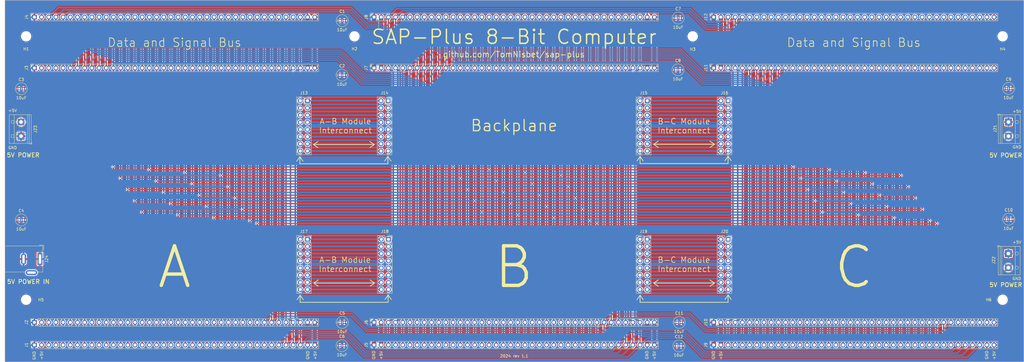
<source format=kicad_pcb>
(kicad_pcb (version 20240108) (generator "pcbnew") (generator_version "8.0")
  (title_block (title "SAP-Plus Backplane") (date "2024-11-28") (rev "1.1") (company "github.com/TomNisbet/sap-plus"))
  (layers (0 "F.Cu" signal) (31 "B.Cu" signal) (34 "B.Paste" user) (35 "F.Paste" user) (36 "B.SilkS" user "B.Silkscreen") (37 "F.SilkS" user "F.Silkscreen") (38 "B.Mask" user) (39 "F.Mask" user) (44 "Edge.Cuts" user))
  (net 0 "")
  (net 1 "+5V")
  (net 2 "D0")
  (net 3 "D1")
  (net 4 "D2")
  (net 5 "D3")
  (net 6 "D4")
  (net 7 "D5")
  (net 8 "D6")
  (net 9 "D7")
  (net 10 "GND")
  (net 11 "X36")
  (net 12 "X30")
  (net 13 "X13")
  (net 14 "X32")
  (net 15 "X23")
  (net 16 "X27")
  (net 17 "X38")
  (net 18 "X31")
  (net 19 "X37")
  (net 20 "X24")
  (net 21 "X21")
  (net 22 "X19")
  (net 23 "X20")
  (net 24 "X29")
  (net 25 "X22")
  (net 26 "X25")
  (net 27 "X33")
  (net 28 "X18")
  (net 29 "X28")
  (net 30 "X03")
  (net 31 "X15")
  (net 32 "X14")
  (net 33 "X26")
  (net 34 "X16")
  (net 35 "X35")
  (net 36 "X34")
  (net 37 "X12")
  (net 38 "X17")
  (net 39 "Net-(J19-Pin_15)")
  (net 40 "Net-(J19-Pin_8)")
  (net 41 "Net-(J19-Pin_10)")
  (net 42 "Net-(J19-Pin_6)")
  (net 43 "Net-(J19-Pin_7)")
  (net 44 "Net-(J19-Pin_4)")
  (net 45 "Net-(J19-Pin_11)")
  (net 46 "Net-(J19-Pin_16)")
  (net 47 "Net-(J19-Pin_5)")
  (net 48 "Net-(J19-Pin_2)")
  (net 49 "Net-(J19-Pin_1)")
  (net 50 "Net-(J19-Pin_3)")
  (net 51 "Net-(J19-Pin_13)")
  (net 52 "Net-(J19-Pin_14)")
  (net 53 "Net-(J19-Pin_12)")
  (net 54 "Net-(J19-Pin_9)")
  (net 55 "Net-(J13-Pin_15)")
  (net 56 "Net-(J13-Pin_8)")
  (net 57 "Net-(J13-Pin_10)")
  (net 58 "Net-(J13-Pin_6)")
  (net 59 "Net-(J13-Pin_7)")
  (net 60 "Net-(J13-Pin_4)")
  (net 61 "Net-(J13-Pin_11)")
  (net 62 "Net-(J13-Pin_16)")
  (net 63 "Net-(J13-Pin_5)")
  (net 64 "Net-(J13-Pin_2)")
  (net 65 "Net-(J13-Pin_1)")
  (net 66 "Net-(J13-Pin_3)")
  (net 67 "Net-(J13-Pin_13)")
  (net 68 "Net-(J13-Pin_14)")
  (net 69 "Net-(J13-Pin_12)")
  (net 70 "Net-(J13-Pin_9)")
  (net 71 "Net-(J15-Pin_13)")
  (net 72 "Net-(J15-Pin_11)")
  (net 73 "Net-(J15-Pin_16)")
  (net 74 "Net-(J15-Pin_7)")
  (net 75 "Net-(J15-Pin_4)")
  (net 76 "Net-(J15-Pin_12)")
  (net 77 "Net-(J15-Pin_1)")
  (net 78 "Net-(J15-Pin_15)")
  (net 79 "Net-(J15-Pin_5)")
  (net 80 "Net-(J15-Pin_8)")
  (net 81 "Net-(J15-Pin_3)")
  (net 82 "Net-(J15-Pin_10)")
  (net 83 "Net-(J15-Pin_2)")
  (net 84 "Net-(J15-Pin_14)")
  (net 85 "Net-(J15-Pin_6)")
  (net 86 "Net-(J15-Pin_9)")
  (net 87 "Net-(J17-Pin_6)")
  (net 88 "Net-(J17-Pin_9)")
  (net 89 "Net-(J17-Pin_4)")
  (net 90 "Net-(J17-Pin_3)")
  (net 91 "Net-(J17-Pin_2)")
  (net 92 "Net-(J17-Pin_15)")
  (net 93 "Net-(J17-Pin_14)")
  (net 94 "Net-(J17-Pin_12)")
  (net 95 "Net-(J17-Pin_16)")
  (net 96 "Net-(J17-Pin_10)")
  (net 97 "Net-(J17-Pin_13)")
  (net 98 "Net-(J17-Pin_8)")
  (net 99 "Net-(J17-Pin_7)")
  (net 100 "Net-(J17-Pin_11)")
  (net 101 "Net-(J17-Pin_1)")
  (net 102 "Net-(J17-Pin_5)")
  (footprint "Connector_PinSocket_2.54mm:PinSocket_1x40_P2.54mm_Vertical" (layer "F.Cu") (at 47.8 163 90)
    (property "Reference" "J1")
    (property "Value" "Bus")
  )
  (footprint "Connector_PinSocket_2.54mm:PinSocket_1x40_P2.54mm_Vertical" (layer "F.Cu") (at 47.8 155 90)
    (property "Reference" "J2")
    (property "Value" "Bus")
  )
  (footprint "Connector_PinSocket_2.54mm:PinSocket_1x40_P2.54mm_Vertical" (layer "F.Cu") (at 47.8 47 90)
    (property "Reference" "J4")
    (property "Value" "Bus")
  )
  (footprint "Connector_PinSocket_2.54mm:PinSocket_1x40_P2.54mm_Vertical" (layer "F.Cu") (at 167.8 163 90)
    (property "Reference" "J5")
    (property "Value" "Bus")
  )
  (footprint "Connector_PinSocket_2.54mm:PinSocket_1x40_P2.54mm_Vertical" (layer "F.Cu") (at 167.8 155 90)
    (property "Reference" "J6")
    (property "Value" "Bus")
  )
  (footprint "Connector_PinSocket_2.54mm:PinSocket_1x40_P2.54mm_Vertical" (layer "F.Cu") (at 167.8 65 90)
    (property "Reference" "J7")
    (property "Value" "Bus")
  )
  (footprint "Connector_PinSocket_2.54mm:PinSocket_1x40_P2.54mm_Vertical" (layer "F.Cu") (at 167.8 47 90)
    (property "Reference" "J8")
    (property "Value" "Bus")
  )
  (footprint "Connector_PinSocket_2.54mm:PinSocket_1x40_P2.54mm_Vertical" (layer "F.Cu") (at 287.8 163 90)
    (property "Reference" "J9")
    (property "Value" "Bus")
  )
  (footprint "Connector_PinSocket_2.54mm:PinSocket_1x40_P2.54mm_Vertical" (layer "F.Cu") (at 287.8 155 90)
    (property "Reference" "J10")
    (property "Value" "Bus")
  )
  (footprint "Connector_PinSocket_2.54mm:PinSocket_1x40_P2.54mm_Vertical" (layer "F.Cu") (at 287.8 65 90)
    (property "Reference" "J11")
    (property "Value" "Bus")
  )
  (footprint "Connector_PinSocket_2.54mm:PinSocket_1x40_P2.54mm_Vertical" (layer "F.Cu") (at 287.8 47 90)
    (property "Reference" "J12")
    (property "Value" "Bus")
  )
  (footprint "Connector_PinSocket_2.54mm:PinSocket_2x08_P2.54mm_Vertical" (layer "F.Cu") (at 264.34 76.6)
    (property "Reference" "J15")
    (property "Value" "Conn_02x08")
  )
  (footprint "Connector_PinSocket_2.54mm:PinSocket_2x08_P2.54mm_Vertical" (layer "F.Cu") (at 292.9 76.6)
    (property "Reference" "J16")
    (property "Value" "Conn_02x08")
  )
  (footprint "Connector_PinSocket_2.54mm:PinSocket_2x08_P2.54mm_Vertical" (layer "F.Cu") (at 144.3 125.6)
    (property "Reference" "J17")
    (property "Value" "Conn_02x08")
  )
  (footprint "Connector_PinSocket_2.54mm:PinSocket_2x08_P2.54mm_Vertical" (layer "F.Cu") (at 292.9 125.6)
    (property "Reference" "J20")
    (property "Value" "Conn_02x08")
  )
  (footprint "Connector_PinSocket_2.54mm:PinSocket_1x40_P2.54mm_Vertical" (layer "F.Cu") (at 47.8 65 90)
    (property "Reference" "J3")
    (property "Value" "Bus")
  )
  (footprint "Connector_PinSocket_2.54mm:PinSocket_2x08_P2.54mm_Vertical" (layer "F.Cu") (at 144.3 76.6)
    (property "Reference" "J13")
    (property "Value" "Conn_02x08")
  )
  (footprint "Connector_PinSocket_2.54mm:PinSocket_2x08_P2.54mm_Vertical" (layer "F.Cu") (at 172.8 76.6)
    (property "Reference" "J14")
    (property "Value" "Conn_02x08")
  )
  (footprint "Connector_PinSocket_2.54mm:PinSocket_2x08_P2.54mm_Vertical" (layer "F.Cu") (at 264.3 125.6)
    (property "Reference" "J19")
    (property "Value" "Conn_02x08")
  )
  (footprint "Connector_PinSocket_2.54mm:PinSocket_2x08_P2.54mm_Vertical" (layer "F.Cu") (at 172.9 125.6)
    (property "Reference" "J18")
    (property "Value" "Conn_02x08")
  )
  (footprint "Capacitor_THT:C_Radial_D4.0mm_H5.0mm_P1.50mm" (layer "F.Cu") (at 155.81 48.27)
    (property "Reference" "C1")
    (property "Value" "10uF")
  )
  (footprint "Capacitor_THT:C_Radial_D4.0mm_H5.0mm_P1.50mm" (layer "F.Cu") (at 155.77 67.53)
    (property "Reference" "C2")
    (property "Value" "10uF")
  )
  (footprint "Capacitor_THT:C_Radial_D4.0mm_H5.0mm_P1.50mm" (layer "F.Cu") (at 42.45 72.34)
    (property "Reference" "C3")
    (property "Value" "10uF")
  )
  (footprint "Capacitor_THT:C_Radial_D4.0mm_H5.0mm_P1.50mm" (layer "F.Cu") (at 42.45 118.75)
    (property "Reference" "C4")
    (property "Value" "10uF")
  )
  (footprint "Capacitor_THT:C_Radial_D4.0mm_H5.0mm_P1.50mm" (layer "F.Cu") (at 155.74 163.22)
    (property "Reference" "C6")
    (property "Value" "10uF")
  )
  (footprint "Capacitor_THT:C_Radial_D4.0mm_H5.0mm_P1.50mm" (layer "F.Cu") (at 274.78 163.33)
    (property "Reference" "C12")
    (property "Value" "10uF")
  )
  (footprint "Capacitor_THT:C_Radial_D4.0mm_H5.0mm_P1.50mm" (layer "F.Cu") (at 391.28 118.5)
    (property "Reference" "C10")
    (property "Value" "10uF")
  )
  (footprint "Capacitor_THT:C_Radial_D4.0mm_H5.0mm_P1.50mm" (layer "F.Cu") (at 391.25 72.25)
    (property "Reference" "C9")
    (property "Value" "10uF")
  )
  (footprint "Capacitor_THT:C_Radial_D4.0mm_H5.0mm_P1.50mm" (layer "F.Cu") (at 274.44 65.65)
    (property "Reference" "C8")
    (property "Value" "10uF")
  )
  (footprint "Capacitor_THT:C_Radial_D4.0mm_H5.0mm_P1.50mm" (layer "F.Cu") (at 274.5 47.33)
    (property "Reference" "C7")
    (property "Value" "10uF")
  )
  (footprint "Capacitor_THT:C_Radial_D4.0mm_H5.0mm_P1.50mm" (layer "F.Cu") (at 155.82 155)
    (property "Reference" "C5")
    (property "Value" "10uF")
  )
  (footprint "Capacitor_THT:C_Radial_D4.0mm_H5.0mm_P1.50mm" (layer "F.Cu") (at 274.88 155)
    (property "Reference" "C11")
    (property "Value" "10uF")
  )
  (footprint "TerminalBlock_RND:TerminalBlock_RND_205-00012_1x02_P5.00mm_Horizontal" (layer "F.Cu") (at 43.1 89.11 90)
    (property "Reference" "J23")
    (property "Value" "5V POWER")
  )
  (footprint "TerminalBlock_RND:TerminalBlock_RND_205-00012_1x02_P5.00mm_Horizontal" (layer "F.Cu") (at 391.95 84.12 -90)
    (property "Reference" "J21")
    (property "Value" "5V POWER")
  )
  (footprint "TerminalBlock_RND:TerminalBlock_RND_205-00012_1x02_P5.00mm_Horizontal" (layer "F.Cu") (at 391.91 130.65 -90)
    (property "Reference" "J22")
    (property "Value" "5V POWER")
  )
  (footprint "Connector_BarrelJack:BarrelJack_Wuerth_6941xx301002" (layer "F.Cu") (at 49.79 132.6 -90)
    (property "Reference" "J24")
    (property "Value" "5V POWER IN")
  )
  (footprint "MountingHole:MountingHole_3.2mm_M3" (layer "F.Cu") (at 389.9 147)
    (property "Reference" "H6")
    (property "Value" "MountingHole")
  )
  (footprint "MountingHole:MountingHole_3.2mm_M3" (layer "F.Cu") (at 44.9 147)
    (property "Reference" "H5")
    (property "Value" "MountingHole")
  )
  (footprint "MountingHole:MountingHole_3.2mm_M3" (layer "F.Cu") (at 44.9 53.8)
    (property "Reference" "H1")
    (property "Value" "MountingHole")
  )
  (footprint "MountingHole:MountingHole_3.2mm_M3" (layer "F.Cu") (at 389.9 53.8)
    (property "Reference" "H4")
    (property "Value" "MountingHole")
  )
  (footprint "MountingHole:MountingHole_3.2mm_M3" (layer "F.Cu") (at 280.4 53.8)
    (property "Reference" "H3")
    (property "Value" "MountingHole")
  )
  (footprint "MountingHole:MountingHole_3.2mm_M3" (layer "F.Cu") (at 160.9 53.8)
    (property "Reference" "H2")
    (property "Value" "MountingHole")
  )
  (gr_line (start 286.5 90.9) (end 288.1 92) (stroke (width 0.25)) (layer "F.SilkS"))
  (gr_line (start 268.2 90.9) (end 266.6 92) (stroke (width 0.25)) (layer "F.SilkS"))
  (gr_line (start 266.6 92) (end 268.2 93.1) (stroke (width 0.25)) (layer "F.SilkS"))
  (gr_line (start 261.8 98.8) (end 292.9 98.8) (stroke (width 0.25)) (layer "F.SilkS"))
  (gr_line (start 291.8 97.8) (end 292.9 96.2) (stroke (width 0.25)) (layer "F.SilkS"))
  (gr_line (start 292.9 96.2) (end 294 97.8) (stroke (width 0.25)) (layer "F.SilkS"))
  (gr_line (start 261.8 96.3) (end 262.9 97.9) (stroke (width 0.25)) (layer "F.SilkS"))
  (gr_line (start 260.7 97.9) (end 261.8 96.3) (stroke (width 0.25)) (layer "F.SilkS"))
  (gr_line (start 261.8 98.8) (end 261.8 96.4) (stroke (width 0.25)) (layer "F.SilkS"))
  (gr_line (start 292.9 98.8) (end 292.9 96.4) (stroke (width 0.25)) (layer "F.SilkS"))
  (gr_line (start 286.5 140) (end 288.1 141.1) (stroke (width 0.25)) (layer "F.SilkS"))
  (gr_line (start 268.2 140) (end 266.6 141.1) (stroke (width 0.25)) (layer "F.SilkS"))
  (gr_line (start 266.6 141.1) (end 268.2 142.2) (stroke (width 0.25)) (layer "F.SilkS"))
  (gr_line (start 261.8 145.4) (end 262.9 147) (stroke (width 0.25)) (layer "F.SilkS"))
  (gr_line (start 261.8 147.9) (end 261.8 145.5) (stroke (width 0.25)) (layer "F.SilkS"))
  (gr_line (start 261.8 147.9) (end 292.9 147.9) (stroke (width 0.25)) (layer "F.SilkS"))
  (gr_line (start 292.9 147.9) (end 292.9 145.5) (stroke (width 0.25)) (layer "F.SilkS"))
  (gr_line (start 292.9 145.3) (end 294 146.9) (stroke (width 0.25)) (layer "F.SilkS"))
  (gr_line (start 291.8 146.9) (end 292.9 145.3) (stroke (width 0.25)) (layer "F.SilkS"))
  (gr_line (start 260.7 147) (end 261.8 145.4) (stroke (width 0.25)) (layer "F.SilkS"))
  (gr_line (start 288.1 141.1) (end 286.5 142.2) (stroke (width 0.25)) (layer "F.SilkS"))
  (gr_line (start 266.8 141.1) (end 288 141.1) (stroke (width 0.25)) (layer "F.SilkS"))
  (gr_line (start 148.1 140) (end 146.5 141.1) (stroke (width 0.25)) (layer "F.SilkS"))
  (gr_line (start 146.7 141.1) (end 167.9 141.1) (stroke (width 0.25)) (layer "F.SilkS"))
  (gr_line (start 166.4 140) (end 168 141.1) (stroke (width 0.25)) (layer "F.SilkS"))
  (gr_line (start 140.6 147) (end 141.7 145.4) (stroke (width 0.25)) (layer "F.SilkS"))
  (gr_line (start 146.5 141.1) (end 148.1 142.2) (stroke (width 0.25)) (layer "F.SilkS"))
  (gr_line (start 141.7 147.9) (end 141.7 145.5) (stroke (width 0.25)) (layer "F.SilkS"))
  (gr_line (start 141.7 145.4) (end 142.8 147) (stroke (width 0.25)) (layer "F.SilkS"))
  (gr_line (start 141.7 147.9) (end 172.8 147.9) (stroke (width 0.25)) (layer "F.SilkS"))
  (gr_line (start 172.8 147.9) (end 172.8 145.5) (stroke (width 0.25)) (layer "F.SilkS"))
  (gr_line (start 168 141.1) (end 166.4 142.2) (stroke (width 0.25)) (layer "F.SilkS"))
  (gr_line (start 171.7 146.9) (end 172.8 145.3) (stroke (width 0.25)) (layer "F.SilkS"))
  (gr_line (start 172.8 145.3) (end 173.9 146.9) (stroke (width 0.25)) (layer "F.SilkS"))
  (gr_line (start 148 91) (end 146.4 92.1) (stroke (width 0.25)) (layer "F.SilkS"))
  (gr_line (start 166.3 91) (end 167.9 92.1) (stroke (width 0.25)) (layer "F.SilkS"))
  (gr_line (start 140.5 98) (end 141.6 96.4) (stroke (width 0.25)) (layer "F.SilkS"))
  (gr_line (start 146.6 92.1) (end 167.8 92.1) (stroke (width 0.25)) (layer "F.SilkS"))
  (gr_line (start 167.9 92.1) (end 166.3 93.2) (stroke (width 0.25)) (layer "F.SilkS"))
  (gr_line (start 171.6 97.9) (end 172.7 96.3) (stroke (width 0.25)) (layer "F.SilkS"))
  (gr_line (start 141.6 96.4) (end 142.7 98) (stroke (width 0.25)) (layer "F.SilkS"))
  (gr_line (start 172.7 98.9) (end 172.7 96.5) (stroke (width 0.25)) (layer "F.SilkS"))
  (gr_line (start 146.4 92.1) (end 148 93.2) (stroke (width 0.25)) (layer "F.SilkS"))
  (gr_line (start 141.6 98.9) (end 172.7 98.9) (stroke (width 0.25)) (layer "F.SilkS"))
  (gr_line (start 141.6 98.9) (end 141.6 96.5) (stroke (width 0.25)) (layer "F.SilkS"))
  (gr_line (start 172.7 96.3) (end 173.8 97.9) (stroke (width 0.25)) (layer "F.SilkS"))
  (gr_line (start 288.1 92) (end 286.5 93.1) (stroke (width 0.25)) (layer "F.SilkS"))
  (gr_line (start 266.8 92) (end 288 92) (stroke (width 0.25)) (layer "F.SilkS"))
  (gr_line (start 397.4 169) (end 397.4 41) (stroke (width 0.1)) (layer "Edge.Cuts"))
  (gr_line (start 37.4 41) (end 37.4 169) (stroke (width 0.1)) (layer "Edge.Cuts"))
  (gr_line (start 37.4 169) (end 397.4 169) (stroke (width 0.1)) (layer "Edge.Cuts"))
  (gr_line (start 397.4 41) (end 37.4 41) (stroke (width 0.1)) (layer "Edge.Cuts"))
  (gr_text "B-C Module\nInterconnect" (at 277.3 134.5 0) (layer "F.SilkS") (effects (font (size 2 2) (thickness 0.2))))
  (gr_text "A-B Module\nInterconnect" (at 157.6 134.5 0) (layer "F.SilkS") (effects (font (size 2 2) (thickness 0.2))))
  (gr_text "A-B Module\nInterconnect" (at 157.7 85.5 0) (layer "F.SilkS") (effects (font (size 2 2) (thickness 0.2))))
  (gr_text "Data and Signal Bus" (at 97.3 56 0) (layer "F.SilkS") (effects (font (size 3 3) (thickness 0.25))))
  (gr_text "Data and Signal Bus" (at 337.3 56 0) (layer "F.SilkS") (effects (font (size 3 3) (thickness 0.25))))
  (gr_text "+5V" (at 170.31 165.03 90) (layer "F.SilkS") (effects (font (size 1 1)) (justify right)))
  (gr_text "GND" (at 47.75 165.12 90) (layer "F.SilkS") (effects (font (size 1 1)) (justify right)))
  (gr_text "GND" (at 287.72 164.96 90) (layer "F.SilkS") (effects (font (size 1 1)) (justify right)))
  (gr_text "+5V" (at 50.36 165.04 90) (layer "F.SilkS") (effects (font (size 1 1)) (justify right)))
  (gr_text "Backplane" (at 217.31 85.38 0) (layer "F.SilkS") (effects (font (size 4 4) (thickness 0.4))))
  (gr_text "B" (at 217.24 143.68 0) (layer "F.SilkS") (effects (font (size 14 14) (thickness 1.2)) (justify bottom)))
  (gr_text "+5V" (at 386.89 165.04 90) (layer "F.SilkS") (effects (font (size 1 1)) (justify right)))
  (gr_text "GND" (at 167.7 164.92 90) (layer "F.SilkS") (effects (font (size 1 1)) (justify right)))
  (gr_text "SAP-Plus 8-Bit Computer" (at 217.3 54 0) (layer "F.SilkS") (effects (font (size 5 5) (thickness 0.5))))
  (gr_text "GND" (at 264.24 164.93 90) (layer "F.SilkS") (effects (font (size 1 1)) (justify right)))
  (gr_text "GND" (at 144.4 164.99 90) (layer "F.SilkS") (effects (font (size 1 1)) (justify right)))
  (gr_text "2024 rev ${REVISION}" (at 217.32 166.92 0) (layer "F.SilkS") (effects (font (size 1 1))))
  (gr_text "B-C Module\nInterconnect" (at 277.3 85.5 0) (layer "F.SilkS") (effects (font (size 2 2) (thickness 0.2))))
  (gr_text "${COMPANY}" (at 217.2 60.2 0) (layer "F.SilkS") (effects (font (size 2 2) (thickness 0.25))))
  (gr_text "+5V" (at 147.01 165.05 90) (layer "F.SilkS") (effects (font (size 1 1)) (justify right)))
  (gr_text "C" (at 337.36 143.68 0) (layer "F.SilkS") (effects (font (size 14 14) (thickness 1.2)) (justify bottom)))
  (gr_text "GND" (at 384.28 164.93 90) (layer "F.SilkS") (effects (font (size 1 1)) (justify right)))
  (gr_text "A" (at 97.32 143.68 0) (layer "F.SilkS") (effects (font (size 14 14) (thickness 1.2)) (justify bottom)))
  (gr_text "+5V" (at 290.33 165.07 90) (layer "F.SilkS") (effects (font (size 1 1)) (justify right)))
  (gr_text "+5V" (at 266.85 165.04 90) (layer "F.SilkS") (effects (font (size 1 1)) (justify right)))
  (segment (start 266.86 47) (end 266.86 65) (width 1.5) (layer "F.Cu") (net 1))
  (segment (start 170.34 155) (end 170.34 163) (width 1.5) (layer "F.Cu") (net 1))
  (segment (start 290.34 155) (end 290.34 163) (width 1.5) (layer "F.Cu") (net 1))
  (segment (start 146.86 155) (end 146.86 163) (width 1.5) (layer "F.Cu") (net 1))
  (segment (start 146.86 47) (end 146.86 65) (width 1.5) (layer "F.Cu") (net 1))
  (segment (start 266.86 155) (end 266.86 163) (width 1.5) (layer "F.Cu") (net 1))
  (segment (start 170.34 47) (end 170.34 65) (width 1.5) (layer "F.Cu") (net 1))
  (segment (start 290.34 65) (end 290.34 47) (width 1.5) (layer "F.Cu") (net 1))
  (segment (start 313.20104 154.99896) (end 313.2 155) (width 0.5) (layer "F.Cu") (net 2))
  (segment (start 73.2 65) (end 73.2 47) (width 0.5) (layer "F.Cu") (net 2))
  (segment (start 313.2 65) (end 313.2 47) (width 0.5) (layer "F.Cu") (net 2))
  (segment (start 313.2 113.99896) (end 313.20104 114) (width 0.5) (layer "F.Cu") (net 2))
  (segment (start 313.2 163) (end 313.2 155) (width 0.5) (layer "F.Cu") (net 2))
  (segment (start 193.2 65) (end 193.2 47) (width 0.5) (layer "F.Cu") (net 2))
  (segment (start 193.2 65) (end 193.2 155) (width 0.5) (layer "F.Cu") (net 2))
  (segment (start 313.2 106) (end 313.2 113.99896) (width 0.5) (layer "F.Cu") (net 2))
  (segment (start 313.2 65) (end 313.2 106) (width 0.5) (layer "F.Cu") (net 2))
  (segment (start 73.2 163) (end 73.2 155) (width 0.5) (layer "F.Cu") (net 2))
  (segment (start 313.20104 114) (end 313.20104 154.99896) (width 0.5) (layer "F.Cu") (net 2))
  (segment (start 193.2 163) (end 193.2 155) (width 0.5) (layer "F.Cu") (net 2))
  (segment (start 73.2 65) (end 73.2 155) (width 0.5) (layer "F.Cu") (net 2))
  (segment (start 187.45 70.75) (end 163.42025 70.75) (width 0.5) (layer "B.Cu") (net 2))
  (segment (start 75.95 62.25) (end 73.2 65) (width 0.5) (layer "B.Cu") (net 2))
  (segment (start 193.2 65) (end 187.45 70.75) (width 0.5) (layer "B.Cu") (net 2))
  (segment (start 163.42025 70.75) (end 154.92025 62.25) (width 0.5) (layer "B.Cu") (net 2))
  (segment (start 274.810305 61.800055) (end 283.76025 70.75) (width 0.5) (layer "B.Cu") (net 2))
  (segment (start 283.76025 70.75) (end 307.45 70.75) (width 0.5) (layer "B.Cu") (net 2))
  (segment (start 193.2 65) (end 196.399945 61.800055) (width 0.5) (layer "B.Cu") (net 2))
  (segment (start 196.399945 61.800055) (end 274.810305 61.800055) (width 0.5) (layer "B.Cu") (net 2))
  (segment (start 307.45 70.75) (end 313.2 65) (width 0.5) (layer "B.Cu") (net 2))
  (segment (start 154.92025 62.25) (end 75.95 62.25) (width 0.5) (layer "B.Cu") (net 2))
  (segment (start 70.66 155) (end 70.66 65) (width 0.5) (layer "F.Cu") (net 3))
  (segment (start 70.66 155) (end 70.66 163) (width 0.5) (layer "F.Cu") (net 3))
  (segment (start 310.66 47) (end 310.66 65) (width 0.5) (layer "F.Cu") (net 3))
  (segment (start 190.66 155) (end 190.66 163) (width 0.5) (layer "F.Cu") (net 3))
  (segment (start 310.66 155) (end 310.66 114.00104) (width 0.5) (layer "F.Cu") (net 3))
  (segment (start 310.66 155) (end 310.66 163) (width 0.5) (layer "F.Cu") (net 3))
  (segment (start 190.66 155) (end 190.66 65) (width 0.5) (layer "F.Cu") (net 3))
  (segment (start 70.66 47) (end 70.66 65) (width 0.5) (layer "F.Cu") (net 3))
  (segment (start 310.66104 106.00104) (end 310.66 106) (width 0.5) (layer "F.Cu") (net 3))
  (segment (start 190.66 47) (end 190.66 65) (width 0.5) (layer "F.Cu") (net 3))
  (segment (start 310.66 114.00104) (end 310.66104 114) (width 0.5) (layer "F.Cu") (net 3))
  (segment (start 310.66 106) (end 310.66 65) (width 0.5) (layer "F.Cu") (net 3))
  (segment (start 310.66104 114) (end 310.66104 106.00104) (width 0.5) (layer "F.Cu") (net 3))
  (segment (start 185.61 70.05) (end 190.66 65) (width 0.5) (layer "B.Cu") (net 3))
  (segment (start 190.66 65) (end 194.559956 61.100044) (width 0.5) (layer "B.Cu") (net 3))
  (segment (start 284.0502 70.05) (end 305.61 70.05) (width 0.5) (layer "B.Cu") (net 3))
  (segment (start 305.61 70.05) (end 310.66 65) (width 0.5) (layer "B.Cu") (net 3))
  (segment (start 155.2102 61.55) (end 163.7102 70.05) (width 0.5) (layer "B.Cu") (net 3))
  (segment (start 194.559956 61.100044) (end 275.100244 61.100044) (width 0.5) (layer "B.Cu") (net 3))
  (segment (start 163.7102 70.05) (end 185.61 70.05) (width 0.5) (layer "B.Cu") (net 3))
  (segment (start 275.100244 61.100044) (end 284.0502 70.05) (width 0.5) (layer "B.Cu") (net 3))
  (segment (start 74.11 61.55) (end 155.2102 61.55) (width 0.5) (layer "B.Cu") (net 3))
  (segment (start 70.66 65) (end 74.11 61.55) (width 0.5) (layer "B.Cu") (net 3))
  (segment (start 308.12 163) (end 308.12 155) (width 0.5) (layer "F.Cu") (net 4))
  (segment (start 188.12 65) (end 188.12 155) (width 0.5) (layer "F.Cu") (net 4))
  (segment (start 68.12 65) (end 68.12 155) (width 0.5) (layer "F.Cu") (net 4))
  (segment (start 308.12 106) (end 308.12 113.99896) (width 0.5) (layer "F.Cu") (net 4))
  (segment (start 308.12 65) (end 308.12 47) (width 0.5) (layer "F.Cu") (net 4))
  (segment (start 308.12104 114) (end 308.12104 154.99896) (width 0.5) (layer "F.Cu") (net 4))
  (segment (start 188.12 163) (end 188.12 155) (width 0.5) (layer "F.Cu") (net 4))
  (segment (start 68.12 163) (end 68.12 155) (width 0.5) (layer "F.Cu") (net 4))
  (segment (start 188.12 65) (end 188.12 47) (width 0.5) (layer "F.Cu") (net 4))
  (segment (start 308.12 65) (end 308.12 106) (width 0.5) (layer "F.Cu") (net 4))
  (segment (start 308.12104 154.99896) (end 308.12 155) (width 0.5) (layer "F.Cu") (net 4))
  (segment (start 68.12 65) (end 68.12 47) (width 0.5) (layer "F.Cu") (net 4))
  (segment (start 308.12 113.99896) (end 308.12104 114) (width 0.5) (layer "F.Cu") (net 4))
  (segment (start 284.34015 69.35) (end 275.390183 60.400033) (width 0.5) (layer "B.Cu") (net 4))
  (segment (start 72.27 60.85) (end 155.50015 60.85) (width 0.5) (layer "B.Cu") (net 4))
  (segment (start 192.719967 60.400033) (end 188.12 65) (width 0.5) (layer "B.Cu") (net 4))
  (segment (start 155.50015 60.85) (end 164.00015 69.35) (width 0.5) (layer "B.Cu") (net 4))
  (segment (start 303.77 69.35) (end 284.34015 69.35) (width 0.5) (layer "B.Cu") (net 4))
  (segment (start 68.12 65) (end 72.27 60.85) (width 0.5) (layer "B.Cu") (net 4))
  (segment (start 164.00015 69.35) (end 183.77 69.35) (width 0.5) (layer "B.Cu") (net 4))
  (segment (start 308.12 65) (end 303.77 69.35) (width 0.5) (layer "B.Cu") (net 4))
  (segment (start 183.77 69.35) (end 188.12 65) (width 0.5) (layer "B.Cu") (net 4))
  (segment (start 275.390183 60.400033) (end 192.719967 60.400033) (width 0.5) (layer "B.Cu") (net 4))
  (segment (start 185.58 155) (end 185.58 65) (width 0.5) (layer "F.Cu") (net 5))
  (segment (start 305.58 47) (end 305.58 65) (width 0.5) (layer "F.Cu") (net 5))
  (segment (start 305.58 106) (end 305.58 113.99896) (width 0.5) (layer "F.Cu") (net 5))
  (segment (start 305.58 155) (end 305.58 114.00104) (width 0.5) (layer "F.Cu") (net 5))
  (segment (start 305.58 114.00104) (end 305.58104 114) (width 0.5) (layer "F.Cu") (net 5))
  (segment (start 305.58 155) (end 305.58 163) (width 0.5) (layer "F.Cu") (net 5))
  (segment (start 65.58 47) (end 65.58 65) (width 0.5) (layer "F.Cu") (net 5))
  (segment (start 185.58 155) (end 185.58 163) (width 0.5) (layer "F.Cu") (net 5))
  (segment (start 185.58 47) (end 185.58 65) (width 0.5) (layer "F.Cu") (net 5))
  (segment (start 305.58 106) (end 305.58 65) (width 0.5) (layer "F.Cu") (net 5))
  (segment (start 305.58 113.99896) (end 305.58104 114) (width 0.5) (layer "F.Cu") (net 5))
  (segment (start 65.58 155) (end 65.58 163) (width 0.5) (layer "F.Cu") (net 5))
  (segment (start 65.58 155) (end 65.58 65) (width 0.5) (layer "F.Cu") (net 5))
  (segment (start 164.2901 68.65) (end 181.93 68.65) (width 0.5) (layer "B.Cu") (net 5))
  (segment (start 275.680122 59.700022) (end 284.6301 68.65) (width 0.5) (layer "B.Cu") (net 5))
  (segment (start 185.58 65) (end 190.879978 59.700022) (width 0.5) (layer "B.Cu") (net 5))
  (segment (start 284.6301 68.65) (end 301.93 68.65) (width 0.5) (layer "B.Cu") (net 5))
  (segment (start 155.7901 60.15) (end 164.2901 68.65) (width 0.5) (layer "B.Cu") (net 5))
  (segment (start 70.43 60.15) (end 155.7901 60.15) (width 0.5) (layer "B.Cu") (net 5))
  (segment (start 301.93 68.65) (end 305.58 65) (width 0.5) (layer "B.Cu") (net 5))
  (segment (start 190.879978 59.700022) (end 275.680122 59.700022) (width 0.5) (layer "B.Cu") (net 5))
  (segment (start 181.93 68.65) (end 185.58 65) (width 0.5) (layer "B.Cu") (net 5))
  (segment (start 65.58 65) (end 70.43 60.15) (width 0.5) (layer "B.Cu") (net 5))
  (segment (start 183.04 65) (end 183.04 47) (width 0.5) (layer "F.Cu") (net 6))
  (segment (start 303.04104 114) (end 303.04104 106.00104) (width 0.5) (layer "F.Cu") (net 6))
  (segment (start 303.04104 114) (end 303.04104 154.99896) (width 0.5) (layer "F.Cu") (net 6))
  (segment (start 303.04 65) (end 303.04 47) (width 0.5) (layer "F.Cu") (net 6))
  (segment (start 63.04 163) (end 63.04 155) (width 0.5) (layer "F.Cu") (net 6))
  (segment (start 183.04 163) (end 183.04 155) (width 0.5) (layer "F.Cu") (net 6))
  (segment (start 303.04104 154.99896) (end 303.04 155) (width 0.5) (layer "F.Cu") (net 6))
  (segment (start 303.04 163) (end 303.04 155) (width 0.5) (layer "F.Cu") (net 6))
  (segment (start 63.04 65) (end 63.04 47) (width 0.5) (layer "F.Cu") (net 6))
  (segment (start 303.04 65) (end 303.04 106) (width 0.5) (layer "F.Cu") (net 6))
  (segment (start 303.04104 106.00104) (end 303.04 106) (width 0.5) (layer "F.Cu") (net 6))
  (segment (start 63.04 65) (end 63.04 155) (width 0.5) (layer "F.Cu") (net 6))
  (segment (start 183.04 65) (end 183.04 155) (width 0.5) (layer "F.Cu") (net 6))
  (segment (start 284.92005 67.95) (end 275.970061 59.000011) (width 0.5) (layer "B.Cu") (net 6))
  (segment (start 164.58005 67.95) (end 156.08005 59.45) (width 0.5) (layer "B.Cu") (net 6))
  (segment (start 180.09 67.95) (end 164.58005 67.95) (width 0.5) (layer "B.Cu") (net 6))
  (segment (start 68.59 59.45) (end 63.04 65) (width 0.5) (layer "B.Cu") (net 6))
  (segment (start 303.04 65) (end 300.09 67.95) (width 0.5) (layer "B.Cu") (net 6))
  (segment (start 183.04 65) (end 180.09 67.95) (width 0.5) (layer "B.Cu") (net 6))
  (segment (start 189.039989 59.000011) (end 183.04 65) (width 0.5) (layer "B.Cu") (net 6))
  (segment (start 275.970061 59.000011) (end 189.039989 59.000011) (width 0.5) (layer "B.Cu") (net 6))
  (segment (start 300.09 67.95) (end 284.92005 67.95) (width 0.5) (layer "B.Cu") (net 6))
  (segment (start 156.08005 59.45) (end 68.59 59.45) (width 0.5) (layer "B.Cu") (net 6))
  (segment (start 60.5 47) (end 60.5 65) (width 0.5) (layer "F.Cu") (net 7))
  (segment (start 300.5 155) (end 300.5 114.00104) (width 0.5) (layer "F.Cu") (net 7))
  (segment (start 300.5 114.00104) (end 300.50104 114) (width 0.5) (layer "F.Cu") (net 7))
  (segment (start 180.5 155) (end 180.5 65) (width 0.5) (layer "F.Cu") (net 7))
  (segment (start 300.5 113.99896) (end 300.50104 114) (width 0.5) (layer "F.Cu") (net 7))
  (segment (start 300.5 155) (end 300.5 163) (width 0.5) (layer "F.Cu") (net 7))
  (segment (start 180.5 47) (end 180.5 65) (width 0.5) (layer "F.Cu") (net 7))
  (segment (start 300.5 65) (end 300.5 106) (width 0.5) (layer "F.Cu") (net 7))
  (segment (start 60.5 155) (end 60.5 65) (width 0.5) (layer "F.Cu") (net 7))
  (segment (start 60.5 155) (end 60.5 163) (width 0.5) (layer "F.Cu") (net 7))
  (segment (start 300.5 106) (end 300.5 113.99896) (width 0.5) (layer "F.Cu") (net 7))
  (segment (start 300.5 47) (end 300.5 65) (width 0.5) (layer "F.Cu") (net 7))
  (segment (start 180.5 155) (end 180.5 163) (width 0.5) (layer "F.Cu") (net 7))
  (segment (start 276.26 58.3) (end 187.2 58.3) (width 0.5) (layer "B.Cu") (net 7))
  (segment (start 66.75 58.75) (end 60.5 65) (width 0.5) (layer "B.Cu") (net 7))
  (segment (start 300.5 65) (end 298.25 67.25) (width 0.5) (layer "B.Cu") (net 7))
  (segment (start 164.87 67.25) (end 156.37 58.75) (width 0.5) (layer "B.Cu") (net 7))
  (segment (start 180.5 65) (end 178.25 67.25) (width 0.5) (layer "B.Cu") (net 7))
  (segment (start 178.25 67.25) (end 164.87 67.25) (width 0.5) (layer "B.Cu") (net 7))
  (segment (start 156.37 58.75) (end 66.75 58.75) (width 0.5) (layer "B.Cu") (net 7))
  (segment (start 298.25 67.25) (end 285.21 67.25) (width 0.5) (layer "B.Cu") (net 7))
  (segment (start 285.21 67.25) (end 276.26 58.3) (width 0.5) (layer "B.Cu") (net 7))
  (segment (start 187.2 58.3) (end 180.5 65) (width 0.5) (layer "B.Cu") (net 7))
  (segment (start 297.96 106) (end 297.96 113.99896) (width 0.5) (layer "F.Cu") (net 8))
  (segment (start 177.96 155) (end 177.96 163) (width 0.5) (layer "F.Cu") (net 8))
  (segment (start 297.96104 114) (end 297.90001 114.06103) (width 0.5) (layer "F.Cu") (net 8))
  (segment (start 177.96 65) (end 177.96 155) (width 0.5) (layer "F.Cu") (net 8))
  (segment (start 177.96 47) (end 177.96 65) (width 0.5) (layer "F.Cu") (net 8))
  (segment (start 297.96 155) (end 297.96 163) (width 0.5) (layer "F.Cu") (net 8))
  (segment (start 57.96 163) (end 57.96 155) (width 0.5) (layer "F.Cu") (net 8))
  (segment (start 57.96 65) (end 57.96 47) (width 0.5) (layer "F.Cu") (net 8))
  (segment (start 297.90001 114.06103) (end 297.90001 154.94001) (width 0.5) (layer "F.Cu") (net 8))
  (segment (start 297.96 65) (end 297.96 106) (width 0.5) (layer "F.Cu") (net 8))
  (segment (start 297.90001 154.94001) (end 297.96 155) (width 0.5) (layer "F.Cu") (net 8))
  (segment (start 297.96 113.99896) (end 297.96104 114) (width 0.5) (layer "F.Cu") (net 8))
  (segment (start 297.96 65) (end 297.96 47) (width 0.5) (layer "F.Cu") (net 8))
  (segment (start 57.96 65) (end 57.96 155) (width 0.5) (layer "F.Cu") (net 8))
  (segment (start 159.2 45.1) (end 59.86 45.1) (width 0.5) (layer "B.Cu") (net 8))
  (segment (start 293.659968 51.300032) (end 297.110001 47.849999) (width 0.5) (layer "B.Cu") (net 8))
  (segment (start 285.000032 51.300032) (end 293.659968 51.300032) (width 0.5) (layer "B.Cu") (net 8))
  (segment (start 177.96 47) (end 179.56 45.4) (width 0.5) (layer "B.Cu") (net 8))
  (segment (start 59.86 45.1) (end 57.96 47) (width 0.5) (layer "B.Cu") (net 8))
  (segment (start 165 50.9) (end 159.2 45.1) (width 0.5) (layer "B.Cu") (net 8))
  (segment (start 179.56 45.4) (end 279.1 45.4) (width 0.5) (layer "B.Cu") (net 8))
  (segment (start 297.110001 47.849999) (end 297.96 47) (width 0.5) (layer "B.Cu") (net 8))
  (segment (start 174.06 50.9) (end 165 50.9) (width 0.5) (layer "B.Cu") (net 8))
  (segment (start 177.96 47) (end 174.06 50.9) (width 0.5) (layer "B.Cu") (net 8))
  (segment (start 279.1 45.4) (end 285.000032 51.300032) (width 0.5) (layer "B.Cu") (net 8))
  (segment (start 175.42 47) (end 175.42 65) (width 0.5) (layer "F.Cu") (net 9))
  (segment (start 295.42 65) (end 296.3 65.88) (width 0.5) (layer "F.Cu") (net 9))
  (segment (start 295.42 155) (end 295.42 163) (width 0.5) (layer "F.Cu") (net 9))
  (segment (start 175.42 155) (end 175.42 163) (width 0.5) (layer "F.Cu") (net 9))
  (segment (start 176.2 154.22) (end 175.42 155) (width 0.5) (layer "F.Cu") (net 9))
  (segment (start 55.42 155) (end 55.42 65) (width 0.5) (layer "F.Cu") (net 9))
  (segment (start 175.42 65) (end 176.2 65.78) (width 0.5) (layer "F.Cu") (net 9))
  (segment (start 296.3 154.12) (end 295.42 155) (width 0.5) (layer "F.Cu") (net 9))
  (segment (start 295.42 47) (end 295.42 65) (width 0.5) (layer "F.Cu") (net 9))
  (segment (start 55.42 47) (end 55.42 65) (width 0.5) (layer "F.Cu") (net 9))
  (segment (start 55.42 155) (end 55.42 163) (width 0.5) (layer "F.Cu") (net 9))
  (segment (start 176.2 65.78) (end 176.2 154.22) (width 0.5) (layer "F.Cu") (net 9))
  (segment (start 296.3 65.88) (end 296.3 154.12) (width 0.5) (layer "F.Cu") (net 9))
  (segment (start 58.02 44.4) (end 159.6 44.4) (width 0.5) (layer "B.Cu") (net 9))
  (segment (start 55.42 47) (end 58.02 44.4) (width 0.5) (layer "B.Cu") (net 9))
  (segment (start 291.92 50.5) (end 295.42 47) (width 0.5) (layer "B.Cu") (net 9))
  (segment (start 159.6 44.4) (end 165.4 50.2) (width 0.5) (layer "B.Cu") (net 9))
  (segment (start 175.42 47) (end 177.72 44.7) (width 0.5) (layer "B.Cu") (net 9))
  (segment (start 279.4 44.7) (end 285.2 50.5) (width 0.5) (layer "B.Cu") (net 9))
  (segment (start 172.22 50.2) (end 175.42 47) (width 0.5) (layer "B.Cu") (net 9))
  (segment (start 285.2 50.5) (end 291.92 50.5) (width 0.5) (layer "B.Cu") (net 9))
  (segment (start 165.4 50.2) (end 172.22 50.2) (width 0.5) (layer "B.Cu") (net 9))
  (segment (start 177.72 44.7) (end 279.4 44.7) (width 0.5) (layer "B.Cu") (net 9))
  (segment (start 144.32 155) (end 144.32 163) (width 1.5) (layer "F.Cu") (net 10))
  (segment (start 264.32 155) (end 264.32 163) (width 1.5) (layer "F.Cu") (net 10))
  (segment (start 287.8 163) (end 287.8 155) (width 1.5) (layer "F.Cu") (net 10))
  (segment (start 287.8 47) (end 287.8 65) (width 1.5) (layer "F.Cu") (net 10))
  (segment (start 167.8 65) (end 167.8 47) (width 1.5) (layer "F.Cu") (net 10))
  (segment (start 167.8 163) (end 167.8 155) (width 1.5) (layer "F.Cu") (net 10))
  (segment (start 144.32 47) (end 144.32 65) (width 1.5) (layer "F.Cu") (net 10))
  (segment (start 264.32 65) (end 264.32 47) (width 1.5) (layer "F.Cu") (net 10))
  (segment (start 136.7 47) (end 136.7 65.9) (width 0.5) (layer "F.Cu") (net 11))
  (segment (start 136.7 155) (end 136.7 163) (width 0.5) (layer "F.Cu") (net 11))
  (segment (start 256.7 47) (end 256.7 65) (width 0.5) (layer "F.Cu") (net 11))
  (segment (start 136.7 65.9) (end 136.7 65) (width 0.5) (layer "F.Cu") (net 11))
  (segment (start 376.7 155) (end 376.7 114.00104) (width 0.5) (layer "F.Cu") (net 11))
  (segment (start 376.70104 106.00104) (end 376.7 106) (width 0.5) (layer "F.Cu") (net 11))
  (segment (start 376.7 106) (end 376.7 65) (width 0.5) (layer "F.Cu") (net 11))
  (segment (start 376.70104 114) (end 376.70104 106.00104) (width 0.5) (layer "F.Cu") (net 11))
  (segment (start 376.7 114.00104) (end 376.70104 114) (width 0.5) (layer "F.Cu") (net 11))
  (segment (start 256.7 155) (end 256.7 163) (width 0.5) (layer "F.Cu") (net 11))
  (segment (start 136.7 155) (end 136.7 65) (width 0.5) (layer "F.Cu") (net 11))
  (segment (start 376.7 155) (end 376.7 163) (width 0.5) (layer "F.Cu") (net 11))
  (segment (start 376.7 65) (end 376.7 47) (width 0.5) (layer "F.Cu") (net 11))
  (segment (start 256.7 65) (end 256.7 155) (width 0.5) (layer "F.Cu") (net 11))
  (segment (start 256.7 163) (end 260.5 159.2) (width 0.5) (layer "B.Cu") (net 11))
  (segment (start 164.92005 165.85) (end 253.85 165.85) (width 0.5) (layer "B.Cu") (net 11))
  (segment (start 373.8 165.9) (end 376.7 163) (width 0.5) (layer "B.Cu") (net 11))
  (segment (start 260.5 159.2) (end 277.6951 159.2) (width 0.5) (layer "B.Cu") (net 11))
  (segment (start 277.6951 159.2) (end 284.3951 165.9) (width 0.5) (layer "B.Cu") (net 11))
  (segment (start 140.72 158.98) (end 158.05005 158.98) (width 0.5) (layer "B.Cu") (net 11))
  (segment (start 136.7 163) (end 140.72 158.98) (width 0.5) (layer "B.Cu") (net 11))
  (segment (start 158.05005 158.98) (end 164.92005 165.85) (width 0.5) (layer "B.Cu") (net 11))
  (segment (start 284.3951 165.9) (end 373.8 165.9) (width 0.5) (layer "B.Cu") (net 11))
  (segment (start 253.85 165.85) (end 256.7 163) (width 0.5) (layer "B.Cu") (net 11))
  (segment (start 121.46 155) (end 121.46 115.01) (width 0.5) (layer "F.Cu") (net 12))
  (segment (start 241.47 115) (end 241.46 114.99) (width 0.5) (layer "F.Cu") (net 12))
  (segment (start 241.46 115.01) (end 241.47 115) (width 0.5) (layer "F.Cu") (net 12))
  (segment (start 121.46 65) (end 121.46 47) (width 0.5) (layer "F.Cu") (net 12))
  (segment (start 241.46 155) (end 241.46 163) (width 0.5) (layer "F.Cu") (net 12))
  (segment (start 121.46 114.99) (end 121.46 65) (width 0.5) (layer "F.Cu") (net 12))
  (segment (start 121.47 115) (end 121.46 114.99) (width 0.5) (layer "F.Cu") (net 12))
  (segment (start 361.46 115) (end 361.46 65) (width 0.5) (layer "F.Cu") (net 12))
  (segment (start 361.46 65) (end 361.46 47) (width 0.5) (layer "F.Cu") (net 12))
  (segment (start 361.46 155) (end 361.46 115) (width 0.5) (layer "F.Cu") (net 12))
  (segment (start 121.46 115.01) (end 121.47 115) (width 0.5) (layer "F.Cu") (net 12))
  (segment (start 121.46 155) (end 121.46 163) (width 0.5) (layer "F.Cu") (net 12))
  (segment (start 241.46 114.99) (end 241.46 65) (width 0.5) (layer "F.Cu") (net 12))
  (segment (start 241.46 155) (end 241.46 115.01) (width 0.5) (layer "F.Cu") (net 12))
  (segment (start 241.46 47) (end 241.46 65) (width 0.5) (layer "F.Cu") (net 12))
  (segment (start 361.46 155) (end 361.46 163) (width 0.5) (layer "F.Cu") (net 12))
  (via (at 121.47 115) (size 0.8) (drill 0.4) (layers "F.Cu" "B.Cu") (net 12))
  (via (at 361.46 115) (size 0.8) (drill 0.4) (layers "F.Cu" "B.Cu") (net 12))
  (via (at 241.47 115) (size 0.8) (drill 0.4) (layers "F.Cu" "B.Cu") (net 12))
  (segment (start 241.47 115) (end 121.47 115) (width 0.5) (layer "B.Cu") (net 12))
  (segment (start 361.46 115) (end 241.47 115) (width 0.5) (layer "B.Cu") (net 12))
  (segment (start 78.28 65) (end 78.28 47) (width 0.5) (layer "F.Cu") (net 13))
  (segment (start 78.29 105) (end 78.28 105.01) (width 0.5) (layer "F.Cu") (net 13))
  (segment (start 318.28 105) (end 318.28 104.01) (width 0.5) (layer "F.Cu") (net 13))
  (segment (start 78.28 104.99) (end 78.29 105) (width 0.5) (layer "F.Cu") (net 13))
  (segment (start 198.28 105) (end 198.28 104.01) (width 0.5) (layer "F.Cu") (net 13))
  (segment (start 78.28 65) (end 78.28 104) (width 0.5) (layer "F.Cu") (net 13))
  (segment (start 78.28 163) (end 78.28 155) (width 0.5) (layer "F.Cu") (net 13))
  (segment (start 318.28 155) (end 318.28 105) (width 0.5) (layer "F.Cu") (net 13))
  (segment (start 318.28 104.01) (end 318.29 104) (width 0.5) (layer "F.Cu") (net 13))
  (segment (start 318.29 104) (end 318.28 103.99) (width 0.5) (layer "F.Cu") (net 13))
  (segment (start 198.29 104) (end 198.28 103.99) (width 0.5) (layer "F.Cu") (net 13))
  (segment (start 318.28 163) (end 318.28 155) (width 0.5) (layer "F.Cu") (net 13))
  (segment (start 198.28 163) (end 198.28 155) (width 0.5) (layer "F.Cu") (net 13))
  (segment (start 198.28 104.01) (end 198.29 104) (width 0.5) (layer "F.Cu") (net 13))
  (segment (start 198.28 103.99) (end 198.28 65) (width 0.5) (layer "F.Cu") (net 13))
  (segment (start 78.28 105.01) (end 78.28 155) (width 0.5) (layer "F.Cu") (net 13))
  (segment (start 198.28 65) (end 198.28 47) (width 0.5) (layer "F.Cu") (net 13))
  (segment (start 78.28 104) (end 78.28 104.99) (width 0.5) (layer "F.Cu") (net 13))
  (segment (start 318.28 103.99) (end 318.28 65) (width 0.5) (layer "F.Cu") (net 13))
  (segment (start 198.28 155) (end 198.28 105) (width 0.5) (layer "F.Cu") (net 13))
  (segment (start 318.28 65) (end 318.28 47) (width 0.5) (layer "F.Cu") (net 13))
  (via (at 78.28 104) (size 0.8) (drill 0.4) (layers "F.Cu" "B.Cu") (net 13))
  (via (at 318.29 104) (size 0.8) (drill 0.4) (layers "F.Cu" "B.Cu") (net 13))
  (via (at 198.29 104) (size 0.8) (drill 0.4) (layers "F.Cu" "B.Cu") (net 13))
  (segment (start 198.29 104) (end 318.29 104) (width 0.5) (layer "B.Cu") (net 13))
  (segment (start 78.28 104) (end 198.29 104) (width 0.5) (layer "B.Cu") (net 13))
  (segment (start 366.54 155) (end 366.54 163) (width 0.5) (layer "F.Cu") (net 14))
  (segment (start 126.54 119.98) (end 126.54 104) (width 0.5) (layer "F.Cu") (net 14))
  (segment (start 366.54 120.01) (end 366.54 121) (width 0.5) (layer "F.Cu") (net 14))
  (segment (start 366.54 103.99) (end 366.55 104) (width 0.5) (layer "F.Cu") (net 14))
  (segment (start 126.54 120.99) (end 126.54 120.02) (width 0.5) (layer "F.Cu") (net 14))
  (segment (start 126.56 120) (end 126.54 119.98) (width 0.5) (layer "F.Cu") (net 14))
  (segment (start 366.55 120) (end 366.54 120.01) (width 0.5) (layer "F.Cu") (net 14))
  (segment (start 126.54 155) (end 126.54 121.01) (width 0.5) (layer "F.Cu") (net 14))
  (segment (start 126.54 104) (end 126.54 65) (width 0.5) (layer "F.Cu") (net 14))
  (segment (start 246.55 120) (end 246.54 119.99) (width 0.5) (layer "F.Cu") (net 14))
  (segment (start 366.54 119.99) (end 366.55 120) (width 0.5) (layer "F.Cu") (net 14))
  (segment (start 366.55 104) (end 366.54 104.01) (width 0.5) (layer "F.Cu") (net 14))
  (segment (start 246.54 119.99) (end 246.54 104.02) (width 0.5) (layer "F.Cu") (net 14))
  (segment (start 246.56 104) (end 246.54 103.98) (width 0.5) (layer "F.Cu") (net 14))
  (segment (start 126.54 120.02) (end 126.56 120) (width 0.5) (layer "F.Cu") (net 14))
  (segment (start 246.54 155) (end 246.54 163) (width 0.5) (layer "F.Cu") (net 14))
  (segment (start 366.54 65) (end 366.54 47) (width 0.5) (layer "F.Cu") (net 14))
  (segment (start 246.54 103.98) (end 246.54 65) (width 0.5) (layer "F.Cu") (net 14))
  (segment (start 366.54 121) (end 366.54 155) (width 0.5) (layer "F.Cu") (net 14))
  (segment (start 246.54 121.99) (end 246.54 120.01) (width 0.5) (layer "F.Cu") (net 14))
  (segment (start 246.54 104.02) (end 246.56 104) (width 0.5) (layer "F.Cu") (net 14))
  (segment (start 126.54 155) (end 126.54 163) (width 0.5) (layer "F.Cu") (net 14))
  (segment (start 246.54 155) (end 246.54 122.01) (width 0.5) (layer "F.Cu") (net 14))
  (segment (start 126.54 65) (end 126.54 47) (width 0.5) (layer "F.Cu") (net 14))
  (segment (start 246.54 120.01) (end 246.55 120) (width 0.5) (layer "F.Cu") (net 14))
  (segment (start 366.54 104.01) (end 366.54 119.99) (width 0.5) (layer "F.Cu") (net 14))
  (segment (start 246.54 47) (end 246.54 65) (width 0.5) (layer "F.Cu") (net 14))
  (segment (start 366.54 65) (end 366.54 103.99) (width 0.5) (layer "F.Cu") (net 14))
  (via (at 126.56 120) (size 0.8) (drill 0.4) (layers "F.Cu" "B.Cu") (net 14))
  (via (at 246.55 120) (size 0.8) (drill 0.4) (layers "F.Cu" "B.Cu") (net 14))
  (via (at 366.55 120) (size 0.8) (drill 0.4) (layers "F.Cu" "B.Cu") (net 14))
  (segment (start 246.55 120) (end 126.56 120) (width 0.5) (layer "B.Cu") (net 14))
  (segment (start 366.55 120) (end 246.55 120) (width 0.5) (layer "B.Cu") (net 14))
  (segment (start 343.68 47) (end 343.68 65) (width 0.5) (layer "F.Cu") (net 15))
  (segment (start 103.68 105.99) (end 103.69 106) (width 0.5) (layer "F.Cu") (net 15))
  (segment (start 343.69 106) (end 343.68 106.01) (width 0.5) (layer "F.Cu") (net 15))
  (segment (start 103.7 107) (end 103.68 107.02) (width 0.5) (layer "F.Cu") (net 15))
  (segment (start 103.68 106.98) (end 103.7 107) (width 0.5) (layer "F.Cu") (net 15))
  (segment (start 343.68 106.01) (end 343.68 106.98) (width 0.5) (layer "F.Cu") (net 15))
  (segment (start 343.68 65) (end 343.68 105.99) (width 0.5) (layer "F.Cu") (net 15))
  (segment (start 103.68 163) (end 103.68 155) (width 0.5) (layer "F.Cu") (net 15))
  (segment (start 343.68104 154.99896) (end 343.68 155) (width 0.5) (layer "F.Cu") (net 15))
  (segment (start 223.68 107) (end 223.68 155) (width 0.5) (layer "F.Cu") (net 15))
  (segment (start 103.68 106.01) (end 103.68 106.98) (width 0.5) (layer "F.Cu") (net 15))
  (segment (start 223.68 65) (end 223.68 47) (width 0.5) (layer "F.Cu") (net 15))
  (segment (start 343.69 106.99) (end 343.68 107) (width 0.5) (layer "F.Cu") (net 15))
  (segment (start 343.68 106.98) (end 343.69 106.99) (width 0.5) (layer "F.Cu") (net 15))
  (segment (start 223.68 163) (end 223.68 155) (width 0.5) (layer "F.Cu") (net 15))
  (segment (start 343.68 105.99) (end 343.69 106) (width 0.5) (layer "F.Cu") (net 15))
  (segment (start 343.68 107) (end 343.68 155) (width 0.5) (layer "F.Cu") (net 15))
  (segment (start 103.68 47) (end 103.68 65) (width 0.5) (layer "F.Cu") (net 15))
  (segment (start 223.68 106.01) (end 223.68 107) (width 0.5) (layer "F.Cu") (net 15))
  (segment (start 223.68 105.99) (end 223.69 106) (width 0.5) (layer "F.Cu") (net 15))
  (segment (start 223.69 106) (end 223.68 106.01) (width 0.5) (layer "F.Cu") (net 15))
  (segment (start 343.68 163) (end 343.68 155) (width 0.5) (layer "F.Cu") (net 15))
  (segment (start 103.69 106) (end 103.68 106.01) (width 0.5) (layer "F.Cu") (net 15))
  (segment (start 103.68 65) (end 103.68 105.99) (width 0.5) (layer "F.Cu") (net 15))
  (segment (start 103.68 107.02) (end 103.68 155) (width 0.5) (layer "F.Cu") (net 15))
  (segment (start 223.68 65) (end 223.68 105.99) (width 0.5) (layer "F.Cu") (net 15))
  (via (at 223.69 106) (size 0.8) (drill 0.4) (layers "F.Cu" "B.Cu") (net 15))
  (via (at 103.69 106) (size 0.8) (drill 0.4) (layers "F.Cu" "B.Cu") (net 15))
  (via (at 343.69 106) (size 0.8) (drill 0.4) (layers "F.Cu" "B.Cu") (net 15))
  (segment (start 223.69 106) (end 343.69 106) (width 0.5) (layer "B.Cu") (net 15))
  (segment (start 103.69 106) (end 223.69 106) (width 0.5) (layer "B.Cu") (net 15))
  (segment (start 113.84 163) (end 113.84 155) (width 0.5) (layer "F.Cu") (net 16))
  (segment (start 113.84 65) (end 113.84 103) (width 0.5) (layer "F.Cu") (net 16))
  (segment (start 353.84 65) (end 353.84 102.97) (width 0.5) (layer "F.Cu") (net 16))
  (segment (start 353.84 103.01) (end 353.84 155) (width 0.5) (layer "F.Cu") (net 16))
  (segment (start 233.84 65) (end 233.84 102.98) (width 0.5) (layer "F.Cu") (net 16))
  (segment (start 233.86 103) (end 233.84 103.02) (width 0.5) (layer "F.Cu") (net 16))
  (segment (start 353.84 163) (end 353.84 155) (width 0.5) (layer "F.Cu") (net 16))
  (segment (start 113.84 103) (end 113.84 155) (width 0.5) (layer "F.Cu") (net 16))
  (segment (start 233.84 65) (end 233.84 47) (width 0.5) (layer "F.Cu") (net 16))
  (segment (start 233.84 102.98) (end 233.86 103) (width 0.5) (layer "F.Cu") (net 16))
  (segment (start 353.84 47) (end 353.84 65) (width 0.5) (layer "F.Cu") (net 16))
  (segment (start 233.84 163) (end 233.84 155) (width 0.5) (layer "F.Cu") (net 16))
  (segment (start 353.84 102.97) (end 353.86 102.99) (width 0.5) (layer "F.Cu") (net 16))
  (segment (start 353.84104 154.99896) (end 353.84 155) (width 0.5) (layer "F.Cu") (net 16))
  (segment (start 353.86 102.99) (end 353.84 103.01) (width 0.5) (layer "F.Cu") (net 16))
  (segment (start 233.84 103.02) (end 233.84 155) (width 0.5) (layer "F.Cu") (net 16))
  (segment (start 113.84 47) (end 113.84 65) (width 0.5) (layer "F.Cu") (net 16))
  (via (at 353.86 102.99) (size 0.8) (drill 0.4) (layers "F.Cu" "B.Cu") (net 16))
  (via (at 113.84 103) (size 0.8) (drill 0.4) (layers "F.Cu" "B.Cu") (net 16))
  (via (at 233.86 103) (size 0.8) (drill 0.4) (layers "F.Cu" "B.Cu") (net 16))
  (segment (start 113.84 103) (end 233.86 103) (width 0.5) (layer "B.Cu") (net 16))
  (segment (start 233.86 103) (end 353.85 103) (width 0.5) (layer "B.Cu") (net 16))
  (segment (start 353.85 103) (end 353.86 102.99) (width 0.5) (layer "B.Cu") (net 16))
  (segment (start 381.78104 114) (end 381.78104 154.99896) (width 0.5) (layer "F.Cu") (net 17))
  (segment (start 141.78 47) (end 141.78 65) (width 0.5) (layer "F.Cu") (net 17))
  (segment (start 381.78104 154.99896) (end 381.78 155) (width 0.5) (layer "F.Cu") (net 17))
  (segment (start 381.78 113.99896) (end 381.78104 114) (width 0.5) (layer "F.Cu") (net 17))
  (segment (start 260 66.78) (end 260 153.22) (width 0.5) (layer "F.Cu") (net 17))
  (segment (start 261.78 47) (end 261.78 65) (width 0.5) (layer "F.Cu") (net 17))
  (segment (start 260 153.22) (end 261.78 155) (width 0.5) (layer "F.Cu") (net 17))
  (segment (start 141.78 65) (end 140 66.78) (width 0.5) (layer "F.Cu") (net 17))
  (segment (start 381.78 47) (end 381.78 65) (width 0.5) (layer "F.Cu") (net 17))
  (segment (start 141.78 155) (end 141.78 163) (width 0.5) (layer "F.Cu") (net 17))
  (segment (start 381.78 106) (end 381.78 113.99896) (width 0.5) (layer "F.Cu") (net 17))
  (segment (start 261.78 155) (end 261.78 163) (width 0.5) (layer "F.Cu") (net 17))
  (segment (start 140 153.22) (end 141.78 155) (width 0.5) (layer "F.Cu") (net 17))
  (segment (start 140 66.78) (end 140 153.22) (width 0.5) (layer "F.Cu") (net 17))
  (segment (start 381.78 65) (end 381.78 106) (width 0.5) (layer "F.Cu") (net 17))
  (segment (start 381.78 155) (end 381.78 163) (width 0.5) (layer "F.Cu") (net 17))
  (segment (start 261.78 65) (end 260 66.78) (width 0.5) (layer "F.Cu") (net 17))
  (segment (start 144.4 160.38) (end 157.47015 160.38) (width 0.5) (layer "B.Cu") (net 17))
  (segment (start 257.53 167.25) (end 261.78 163) (width 0.5) (layer "B.Cu") (net 17))
  (segment (start 261.78 163) (end 264.18 160.6) (width 0.5) (layer "B.Cu") (net 17))
  (segment (start 164.34015 167.25) (end 257.53 167.25) (width 0.5) (layer "B.Cu") (net 17))
  (segment (start 157.47015 160.38) (end 164.34015 167.25) (width 0.5) (layer "B.Cu") (net 17))
  (segment (start 277.1152 160.6) (end 283.8152 167.3) (width 0.5) (layer "B.Cu") (net 17))
  (segment (start 264.18 160.6) (end 277.1152 160.6) (width 0.5) (layer "B.Cu") (net 17))
  (segment (start 377.48 167.3) (end 381.78 163) (width 0.5) (layer "B.Cu") (net 17))
  (segment (start 141.78 163) (end 144.4 160.38) (width 0.5) (layer "B.Cu") (net 17))
  (segment (start 283.8152 167.3) (end 377.48 167.3) (width 0.5) (layer "B.Cu") (net 17))
  (segment (start 364 119.01) (end 364.01 119) (width 0.5) (layer "F.Cu") (net 18))
  (segment (start 124 47) (end 124 65) (width 0.5) (layer "F.Cu") (net 18))
  (segment (start 244 119.01) (end 244 155) (width 0.5) (layer "F.Cu") (net 18))
  (segment (start 364 163) (end 364 155) (width 0.5) (layer "F.Cu") (net 18))
  (segment (start 364.00104 154.99896) (end 364 155) (width 0.5) (layer "F.Cu") (net 18))
  (segment (start 124 119.01) (end 124 119.99) (width 0.5) (layer "F.Cu") (net 18))
  (segment (start 244 118.99) (end 244.01 119) (width 0.5) (layer "F.Cu") (net 18))
  (segment (start 124 163) (end 124 155) (width 0.5) (layer "F.Cu") (net 18))
  (segment (start 364 47) (end 364 65) (width 0.5) (layer "F.Cu") (net 18))
  (segment (start 364.01 119) (end 364 118.99) (width 0.5) (layer "F.Cu") (net 18))
  (segment (start 124 120.01) (end 124 155) (width 0.5) (layer "F.Cu") (net 18))
  (segment (start 124 65) (end 124 118.99) (width 0.5) (layer "F.Cu") (net 18))
  (segment (start 244 65) (end 244 118.99) (width 0.5) (layer "F.Cu") (net 18))
  (segment (start 244.01 119) (end 244 119.01) (width 0.5) (layer "F.Cu") (net 18))
  (segment (start 364 155) (end 364 119.01) (width 0.5) (layer "F.Cu") (net 18))
  (segment (start 124 118.99) (end 124.01 119) (width 0.5) (layer "F.Cu") (net 18))
  (segment (start 244 163) (end 244 155) (width 0.5) (layer "F.Cu") (net 18))
  (segment (start 244 65) (end 244 47) (width 0.5) (layer "F.Cu") (net 18))
  (segment (start 364 118.99) (end 364 65) (width 0.5) (layer "F.Cu") (net 18))
  (segment (start 124.01 119) (end 124 119.01) (width 0.5) (layer "F.Cu") (net 18))
  (via (at 244.01 119) (size 0.8) (drill 0.4) (layers "F.Cu" "B.Cu") (net 18))
  (via (at 124.01 119) (size 0.8) (drill 0.4) (layers "F.Cu" "B.Cu") (net 18))
  (via (at 364.01 119) (size 0.8) (drill 0.4) (layers "F.Cu" "B.Cu") (net 18))
  (segment (start 244.01 119) (end 364.01 119) (width 0.5) (layer "B.Cu") (net 18))
  (segment (start 124.01 119) (end 244.01 119) (width 0.5) (layer "B.Cu") (net 18))
  (segment (start 379.24 113.99896) (end 379.24104 114) (width 0.5) (layer "F.Cu") (net 19))
  (segment (start 379.24 106) (end 379.24 113.99896) (width 0.5) (layer "F.Cu") (net 19))
  (segment (start 139.24 65) (end 138.3 65.94) (width 0.5) (layer "F.Cu") (net 19))
  (segment (start 379.24 163) (end 379.24 155) (width 0.5) (layer "F.Cu") (net 19))
  (segment (start 379.24104 154.99896) (end 379.24 155) (width 0.5) (layer "F.Cu") (net 19))
  (segment (start 379.24 47) (end 379.24 65) (width 0.5) (layer "F.Cu") (net 19))
  (segment (start 138.3 154.06) (end 139.24 155) (width 0.5) (layer "F.Cu") (net 19))
  (segment (start 139.24 155) (end 139.24 163) (width 0.5) (layer "F.Cu") (net 19))
  (segment (start 259.24 65) (end 259.24 47) (width 0.5) (layer "F.Cu") (net 19))
  (segment (start 138.3 65.94) (end 138.3 154.06) (width 0.5) (layer "F.Cu") (net 19))
  (segment (start 139.24 47) (end 139.24 65) (width 0.5) (layer "F.Cu") (net 19))
  (segment (start 379.24 65) (end 379.24 106) (width 0.5) (layer "F.Cu") (net 19))
  (segment (start 259.24 163) (end 259.24 155) (width 0.5) (layer "F.Cu") (net 19))
  (segment (start 379.24104 114) (end 379.24104 154.99896) (width 0.5) (layer "F.Cu") (net 19))
  (segment (start 258.5 65.74) (end 259.24 65) (width 0.5) (layer "F.Cu") (net 19))
  (segment (start 259.24 155) (end 258.5 154.26) (width 0.5) (layer "F.Cu") (net 19))
  (segment (start 258.5 154.26) (end 258.5 65.74) (width 0.5) (layer "F.Cu") (net 19))
  (segment (start 379.24 163) (end 375.64 166.6) (width 0.5) (layer "B.Cu") (net 19))
  (segment (start 157.7601 159.68) (end 142.56 159.68) (width 0.5) (layer "B.Cu") (net 19))
  (segment (start 164.6301 166.55) (end 157.7601 159.68) (width 0.5) (layer "B.Cu") (net 19))
  (segment (start 375.64 166.6) (end 284.10515 166.6) (width 0.5) (layer "B.Cu") (net 19))
  (segment (start 284.10515 166.6) (end 277.40515 159.9) (width 0.5) (layer "B.Cu") (net 19))
  (segment (start 255.69 166.55) (end 164.6301 166.55) (width 0.5) (layer "B.Cu") (net 19))
  (segment (start 142.56 159.68) (end 139.24 163) (width 0.5) (layer "B.Cu") (net 19))
  (segment (start 277.40515 159.9) (end 262.34 159.9) (width 0.5) (layer "B.Cu") (net 19))
  (segment (start 259.24 163) (end 255.69 166.55) (width 0.5) (layer "B.Cu") (net 19))
  (segment (start 262.34 159.9) (end 259.24 163) (width 0.5) (layer "B.Cu") (net 19))
  (segment (start 226.22 110) (end 226.22 65) (width 0.5) (layer "F.Cu") (net 20))
  (segment (start 346.21 112) (end 346.22 111.99) (width 0.5) (layer "F.Cu") (net 20))
  (segment (start 106.22 65) (end 106.22 47) (width 0.5) (layer "F.Cu") (net 20))
  (segment (start 106.22 112) (end 106.22 110.01) (width 0.5) (layer "F.Cu") (net 20))
  (segment (start 226.22 155) (end 226.22 112) (width 0.5) (layer "F.Cu") (net 20))
  (segment (start 346.22 155) (end 346.22 163) (width 0.5) (layer "F.Cu") (net 20))
  (segment (start 346.22 111.99) (end 346.22 110) (width 0.5) (layer "F.Cu") (net 20))
  (segment (start 106.23 110) (end 106.22 109.99) (width 0.5) (layer "F.Cu") (net 20))
  (segment (start 226.22 112) (end 226.22 110) (width 0.5) (layer "F.Cu") (net 20))
  (segment (start 226.22 155) (end 226.22 163) (width 0.5) (layer "F.Cu") (net 20))
  (segment (start 346.22 112.01) (end 346.21 112) (width 0.5) (layer "F.Cu") (net 20))
  (segment (start 346.22 65) (end 346.22 47) (width 0.5) (layer "F.Cu") (net 20))
  (segment (start 106.22 155) (end 106.22 112) (width 0.5) (layer "F.Cu") (net 20))
  (segment (start 106.22 155) (end 106.22 163) (width 0.5) (layer "F.Cu") (net 20))
  (segment (start 346.22 110) (end 346.22 65) (width 0.5) (layer "F.Cu") (net 20))
  (segment (start 346.22 155) (end 346.22 112.01) (width 0.5) (layer "F.Cu") (net 20))
  (segment (start 226.22 47) (end 226.22 65) (width 0.5) (layer "F.Cu") (net 20))
  (segment (start 106.22 109.99) (end 106.22 65) (width 0.5) (layer "F.Cu") (net 20))
  (segment (start 106.22 110.01) (end 106.23 110) (width 0.5) (layer "F.Cu") (net 20))
  (via (at 226.22 110) (size 0.8) (drill 0.4) (layers "F.Cu" "B.Cu") (net 20))
  (via (at 346.22 110) (size 0.8) (drill 0.4) (layers "F.Cu" "B.Cu") (net 20))
  (via (at 106.23 110) (size 0.8) (drill 0.4) (layers "F.Cu" "B.Cu") (net 20))
  (segment (start 226.22 110) (end 346.22 110) (width 0.5) (layer "B.Cu") (net 20))
  (segment (start 106.23 110) (end 226.22 110) (width 0.5) (layer "B.Cu") (net 20))
  (segment (start 98.6 118.01) (end 98.6 155) (width 0.5) (layer "F.Cu") (net 21))
  (segment (start 218.6 65) (end 218.6 117) (width 0.5) (layer "F.Cu") (net 21))
  (segment (start 338.6 117.01) (end 338.6 155) (width 0.5) (layer "F.Cu") (net 21))
  (segment (start 98.6 163) (end 98.6 155) (width 0.5) (layer "F.Cu") (net 21))
  (segment (start 338.6 47) (end 338.6 65) (width 0.5) (layer "F.Cu") (net 21))
  (segment (start 338.6 65) (end 338.6 116.99) (width 0.5) (layer "F.Cu") (net 21))
  (segment (start 218.6 65) (end 218.6 47) (width 0.5) (layer "F.Cu") (net 21))
  (segment (start 98.61 117) (end 98.6 117.01) (width 0.5) (layer "F.Cu") (net 21))
  (segment (start 218.6 163) (end 218.6 155) (width 0.5) (layer "F.Cu") (net 21))
  (segment (start 338.6 116.99) (end 338.61 117) (width 0.5) (layer "F.Cu") (net 21))
  (segment (start 98.6 117.01) (end 98.6 117.99) (width 0.5) (layer "F.Cu") (net 21))
  (segment (start 98.6 47) (end 98.6 65) (width 0.5) (layer "F.Cu") (net 21))
  (segment (start 218.6 117) (end 218.6 155) (width 0.5) (layer "F.Cu") (net 21))
  (segment (start 98.6 116.99) (end 98.61 117) (width 0.5) (layer "F.Cu") (net 21))
  (segment (start 338.6 163) (end 338.6 155) (width 0.5) (layer "F.Cu") (net 21))
  (segment (start 338.60104 154.99896) (end 338.6 155) (width 0.5) (layer "F.Cu") (net 21))
  (segment (start 98.6 65) (end 98.6 116.99) (width 0.5) (layer "F.Cu") (net 21))
  (segment (start 338.61 117) (end 338.6 117.01) (width 0.5) (layer "F.Cu") (net 21))
  (via (at 218.6 117) (size 0.8) (drill 0.4) (layers "F.Cu" "B.Cu") (net 21))
  (via (at 338.61 117) (size 0.8) (drill 0.4) (layers "F.Cu" "B.Cu") (net 21))
  (via (at 98.61 117) (size 0.8) (drill 0.4) (layers "F.Cu" "B.Cu") (net 21))
  (segment (start 98.61 117) (end 218.6 117) (width 0.5) (layer "B.Cu") (net 21))
  (segment (start 218.6 117) (end 338.61 117) (width 0.5) (layer "B.Cu") (net 21))
  (segment (start 333.52 163) (end 333.52 155) (width 0.5) (layer "F.Cu") (net 22))
  (segment (start 333.52104 154.99896) (end 333.52 155) (width 0.5) (layer "F.Cu") (net 22))
  (segment (start 213.52 163) (end 213.52 155) (width 0.5) (layer "F.Cu") (net 22))
  (segment (start 93.52 155) (end 93.52 111) (width 0.5) (layer "F.Cu") (net 22))
  (segment (start 93.52 111) (end 93.52 109.01) (width 0.5) (layer "F.Cu") (net 22))
  (segment (start 333.52 108.99) (end 333.53 109) (width 0.5) (layer "F.Cu") (net 22))
  (segment (start 93.52 108.99) (end 93.52 65) (width 0.5) (layer "F.Cu") (net 22))
  (segment (start 333.53 109) (end 333.52 109.01) (width 0.5) (layer "F.Cu") (net 22))
  (segment (start 333.53 111) (end 333.52 111.01) (width 0.5) (layer "F.Cu") (net 22))
  (segment (start 213.52 65) (end 213.52 47) (width 0.5) (layer "F.Cu") (net 22))
  (segment (start 333.52 110.99) (end 333.53 111) (width 0.5) (layer "F.Cu") (net 22))
  (segment (start 93.52 155) (end 93.52 163) (width 0.5) (layer "F.Cu") (net 22))
  (segment (start 93.53 109) (end 93.52 108.99) (width 0.5) (layer "F.Cu") (net 22))
  (segment (start 333.52 111.01) (end 333.52 155) (width 0.5) (layer "F.Cu") (net 22))
  (segment (start 93.52 109.01) (end 93.53 109) (width 0.5) (layer "F.Cu") (net 22))
  (segment (start 333.52 109.01) (end 333.52 110.99) (width 0.5) (layer "F.Cu") (net 22))
  (segment (start 213.52 65) (end 213.52 109) (width 0.5) (layer "F.Cu") (net 22))
  (segment (start 213.52 110.99) (end 213.52 155) (width 0.5) (layer "F.Cu") (net 22))
  (segment (start 93.52 65) (end 93.52 47) (width 0.5) (layer "F.Cu") (net 22))
  (segment (start 213.52 109) (end 213.52 110.99) (width 0.5) (layer "F.Cu") (net 22))
  (segment (start 333.52 65) (end 333.52 108.99) (width 0.5) (layer "F.Cu") (net 22))
  (segment (start 333.52 65) (end 333.52 47) (width 0.5) (layer "F.Cu") (net 22))
  (via (at 333.53 109) (size 0.8) (drill 0.4) (layers "F.Cu" "B.Cu") (net 22))
  (via (at 213.52 109) (size 0.8) (drill 0.4) (layers "F.Cu" "B.Cu") (net 22))
  (via (at 93.53 109) (size 0.8) (drill 0.4) (layers "F.Cu" "B.Cu") (net 22))
  (segment (start 333.53 109) (end 213.52 109) (width 0.5) (layer "B.Cu") (net 22))
  (segment (start 213.52 109) (end 93.53 109) (width 0.5) (layer "B.Cu") (net 22))
  (segment (start 216.06 155) (end 216.06 113.01) (width 0.5) (layer "F.Cu") (net 23))
  (segment (start 336.07 113) (end 336.06 112.99) (width 0.5) (layer "F.Cu") (net 23))
  (segment (start 96.07 113) (end 96.06 113.01) (width 0.5) (layer "F.Cu") (net 23))
  (segment (start 96.06 155) (end 96.06 163) (width 0.5) (layer "F.Cu") (net 23))
  (segment (start 216.06 47) (end 216.06 65) (width 0.5) (layer "F.Cu") (net 23))
  (segment (start 336.06 155) (end 336.06 163) (width 0.5) (layer "F.Cu") (net 23))
  (segment (start 336.06 155) (end 336.06 113.01) (width 0.5) (layer "F.Cu") (net 23))
  (segment (start 96.06 113.01) (end 96.06 155) (width 0.5) (layer "F.Cu") (net 23))
  (segment (start 336.06 47) (end 336.06 65) (width 0.5) (layer "F.Cu") (net 23))
  (segment (start 216.07 113) (end 216.06 112.99) (width 0.5) (layer "F.Cu") (net 23))
  (segment (start 96.06 47) (end 96.06 65) (width 0.5) (layer "F.Cu") (net 23))
  (segment (start 216.06 155) (end 216.06 163) (width 0.5) (layer "F.Cu") (net 23))
  (segment (start 336.06 112.99) (end 336.06 65) (width 0.5) (layer "F.Cu") (net 23))
  (segment (start 216.06 112.99) (end 216.06 65) (width 0.5) (layer "F.Cu") (net 23))
  (segment (start 336.06 113.01) (end 336.07 113) (width 0.5) (layer "F.Cu") (net 23))
  (segment (start 96.06 112.99) (end 96.07 113) (width 0.5) (layer "F.Cu") (net 23))
  (segment (start 216.06 113.01) (end 216.07 113) (width 0.5) (layer "F.Cu") (net 23))
  (segment (start 96.06 65) (end 96.06 112.99) (width 0.5) (layer "F.Cu") (net 23))
  (via (at 336.07 113) (size 0.8) (drill 0.4) (layers "F.Cu" "B.Cu") (net 23))
  (via (at 216.07 113) (size 0.8) (drill 0.4) (layers "F.Cu" "B.Cu") (net 23))
  (via (at 96.07 113) (size 0.8) (drill 0.4) (layers "F.Cu" "B.Cu") (net 23))
  (segment (start 216.07 113) (end 96.07 113) (width 0.5) (layer "B.Cu") (net 23))
  (segment (start 336.07 113) (end 216.07 113) (width 0.5) (layer "B.Cu") (net 23))
  (segment (start 238.93 111) (end 238.92 111.01) (width 0.5) (layer "F.Cu") (net 24))
  (segment (start 118.92 163) (end 118.92 155) (width 0.5) (layer "F.Cu") (net 24))
  (segment (start 118.93 111) (end 118.92 111.01) (width 0.5) (layer "F.Cu") (net 24))
  (segment (start 358.93 113) (end 358.92 113.01) (width 0.5) (layer "F.Cu") (net 24))
  (segment (start 238.92 111.01) (end 238.92 113) (width 0.5) (layer "F.Cu") (net 24))
  (segment (start 118.92 47) (end 118.92 65) (width 0.5) (layer "F.Cu") (net 24))
  (segment (start 238.92 163) (end 238.92 155) (width 0.5) (layer "F.Cu") (net 24))
  (segment (start 358.92 163) (end 358.92 155) (width 0.5) (layer "F.Cu") (net 24))
  (segment (start 238.92 113) (end 238.92 155) (width 0.5) (layer "F.Cu") (net 24))
  (segment (start 358.92 47) (end 358.92 65) (width 0.5) (layer "F.Cu") (net 24))
  (segment (start 118.92 112.99) (end 118.92 155) (width 0.5) (layer "F.Cu") (net 24))
  (segment (start 358.92 113.01) (end 358.92 155) (width 0.5) (layer "F.Cu") (net 24))
  (segment (start 118.92 110.99) (end 118.93 111) (width 0.5) (layer "F.Cu") (net 24))
  (segment (start 238.92 65) (end 238.92 110.99) (width 0.5) (layer "F.Cu") (net 24))
  (segment (start 238.92 65) (end 238.92 47) (width 0.5) (layer "F.Cu") (net 24))
  (segment (start 118.92 111.01) (end 118.92 112.99) (width 0.5) (layer "F.Cu") (net 24))
  (segment (start 238.92 110.99) (end 238.93 111) (width 0.5) (layer "F.Cu") (net 24))
  (segment (start 358.92 111) (end 358.92 112.99) (width 0.5) (layer "F.Cu") (net 24))
  (segment (start 358.92 65) (end 358.92 111) (width 0.5) (layer "F.Cu") (net 24))
  (segment (start 358.92 112.99) (end 358.93 113) (width 0.5) (layer "F.Cu") (net 24))
  (segment (start 118.92 65) (end 118.92 110.99) (width 0.5) (layer "F.Cu") (net 24))
  (via (at 118.93 111) (size 0.8) (drill 0.4) (layers "F.Cu" "B.Cu") (net 24))
  (via (at 358.92 111) (size 0.8) (drill 0.4) (layers "F.Cu" "B.Cu") (net 24))
  (via (at 238.93 111) (size 0.8) (drill 0.4) (layers "F.Cu" "B.Cu") (net 24))
  (segment (start 238.93 111) (end 118.93 111) (width 0.5) (layer "B.Cu") (net 24))
  (segment (start 358.92 111) (end 238.93 111) (width 0.5) (layer "B.Cu") (net 24))
  (segment (start 221.14 47) (end 221.14 65) (width 0.5) (layer "F.Cu") (net 25))
  (segment (start 221.14 155) (end 221.14 163) (width 0.5) (layer "F.Cu") (net 25))
  (segment (start 101.13 102) (end 101.14 101.99) (width 0.5) (layer "F.Cu") (net 25))
  (segment (start 101.14 102.01) (end 101.13 102) (width 0.5) (layer "F.Cu") (net 25))
  (segment (start 221.14 101.98) (end 221.14 65) (width 0.5) (layer "F.Cu") (net 25))
  (segment (start 341.14 65) (end 341.14 47) (width 0.5) (layer "F.Cu") (net 25))
  (segment (start 341.14 155) (end 341.14 102.01) (width 0.5) (layer "F.Cu") (net 25))
  (segment (start 341.15 102) (end 341.14 101.99) (width 0.5) (layer "F.Cu") (net 25))
  (segment (start 341.14 102.01) (end 341.15 102) (width 0.5) (layer "F.Cu") (net 25))
  (segment (start 341.14 155) (end 341.14 163) (width 0.5) (layer "F.Cu") (net 25))
  (segment (start 221.14 155) (end 221.14 102) (width 0.5) (layer "F.Cu") (net 25))
  (segment (start 101.14 65) (end 101.14 47) (width 0.5) (layer "F.Cu") (net 25))
  (segment (start 101.14 155) (end 101.14 102.01) (width 0.5) (layer "F.Cu") (net 25))
  (segment (start 221.14 102) (end 221.15 101.99) (width 0.5) (layer "F.Cu") (net 25))
  (segment (start 101.14 101.99) (end 101.14 65) (width 0.5) (layer "F.Cu") (net 25))
  (segment (start 341.14 101.99) (end 341.14 65) (width 0.5) (layer "F.Cu") (net 25))
  (segment (start 221.15 101.99) (end 221.14 101.98) (width 0.5) (layer "F.Cu") (net 25))
  (segment (start 101.14 155) (end 101.14 163) (width 0.5) (layer "F.Cu") (net 25))
  (via (at 221.15 101.99) (size 0.8) (drill 0.4) (layers "F.Cu" "B.Cu") (net 25))
  (via (at 341.15 102) (size 0.8) (drill 0.4) (layers "F.Cu" "B.Cu") (net 25))
  (via (at 101.13 102) (size 0.8) (drill 0.4) (layers "F.Cu" "B.Cu") (net 25))
  (segment (start 101.14 101.99) (end 101.13 102) (width 0.5) (layer "B.Cu") (net 25))
  (segment (start 221.16 102) (end 221.15 101.99) (width 0.5) (layer "B.Cu") (net 25))
  (segment (start 341.15 102) (end 221.16 102) (width 0.5) (layer "B.Cu") (net 25))
  (segment (start 221.15 101.99) (end 101.14 101.99) (width 0.5) (layer "B.Cu") (net 25))
  (segment (start 228.76 114) (end 228.76 155) (width 0.5) (layer "F.Cu") (net 26))
  (segment (start 348.76 65) (end 348.76 114) (width 0.5) (layer "F.Cu") (net 26))
  (segment (start 228.76 163) (end 228.76 155) (width 0.5) (layer "F.Cu") (net 26))
  (segment (start 108.76 65) (end 108.76 114) (width 0.5) (layer "F.Cu") (net 26))
  (segment (start 108.76 163) (end 108.76 155) (width 0.5) (layer "F.Cu") (net 26))
  (segment (start 228.76 65) (end 228.76 114) (width 0.5) (layer "F.Cu") (net 26))
  (segment (start 348.76104 154.99896) (end 348.76 155) (width 0.5) (layer "F.Cu") (net 26))
  (segment (start 108.76 47) (end 108.76 65) (width 0.5) (layer "F.Cu") (net 26))
  (segment (start 108.76 114) (end 108.76 155) (width 0.5) (layer "F.Cu") (net 26))
  (segment (start 348.76 47) (end 348.76 65) (width 0.5) (layer "F.Cu") (net 26))
  (segment (start 348.76 114) (end 348.76 155) (width 0.5) (layer "F.Cu") (net 26))
  (segment (start 228.76 65) (end 228.76 47) (width 0.5) (layer "F.Cu") (net 26))
  (segment (start 348.76 163) (end 348.76 155) (width 0.5) (layer "F.Cu") (net 26))
  (via (at 108.76 114) (size 0.8) (drill 0.4) (layers "F.Cu" "B.Cu") (net 26))
  (via (at 228.76 114) (size 0.8) (drill 0.4) (layers "F.Cu" "B.Cu") (net 26))
  (via (at 348.76 114) (size 0.8) (drill 0.4) (layers "F.Cu" "B.Cu") (net 26))
  (segment (start 108.76 114) (end 228.76 114) (width 0.5) (layer "B.Cu") (net 26))
  (segment (start 228.76 114) (end 348.76 114) (width 0.5) (layer "B.Cu") (net 26))
  (segment (start 129.08 65) (end 129.08 109) (width 0.5) (layer "F.Cu") (net 27))
  (segment (start 369.08 109.01) (end 369.09 109) (width 0.5) (layer "F.Cu") (net 27))
  (segment (start 249.08 65) (end 249.08 109) (width 0.5) (layer "F.Cu") (net 27))
  (segment (start 369.08 155) (end 369.08 109.01) (width 0.5) (layer "F.Cu") (net 27))
  (segment (start 129.08 109) (end 129.08 155) (width 0.5) (layer "F.Cu") (net 27))
  (segment (start 129.08 163) (end 129.08 155) (width 0.5) (layer "F.Cu") (net 27))
  (segment (start 369.09 109) (end 369.08 108.99) (width 0.5) (layer "F.Cu") (net 27))
  (segment (start 369.08 47) (end 369.08 65) (width 0.5) (layer "F.Cu") (net 27))
  (segment (start 129.08 47) (end 129.08 65) (width 0.5) (layer "F.Cu") (net 27))
  (segment (start 249.08 109) (end 249.08 155) (width 0.5) (layer "F.Cu") (net 27))
  (segment (start 369.08 108.99) (end 369.08 65) (width 0.5) (layer "F.Cu") (net 27))
  (segment (start 249.08 163) (end 249.08 155) (width 0.5) (layer "F.Cu") (net 27))
  (segment (start 249.08 65) (end 249.08 47) (width 0.5) (layer "F.Cu") (net 27))
  (segment (start 369.08 163) (end 369.08 155) (width 0.5) (layer "F.Cu") (net 27))
  (segment (start 366.48 157.6) (end 369.08 155) (width 0.5) (layer "B.Cu") (net 27))
  (segment (start 165.45 157.5) (end 246.58 157.5) (width 0.5) (layer "B.Cu") (net 27))
  (segment (start 159.85 151.9) (end 165.45 157.5) (width 0.5) (layer "B.Cu") (net 27))
  (segment (start 285.3 157.6) (end 366.48 157.6) (width 0.5) (layer "B.Cu") (net 27))
  (segment (start 249.08 155) (end 252.38 151.7) (width 0.5) (layer "B.Cu") (net 27))
  (segment (start 252.38 151.7) (end 279.4 151.7) (width 0.5) (layer "B.Cu") (net 27))
  (segment (start 129.08 155) (end 132.18 151.9) (width 0.5) (layer "B.Cu") (net 27))
  (segment (start 246.58 157.5) (end 249.08 155) (width 0.5) (layer "B.Cu") (net 27))
  (segment (start 279.4 151.7) (end 285.3 157.6) (width 0.5) (layer "B.Cu") (net 27))
  (segment (start 132.18 151.9) (end 159.85 151.9) (width 0.5) (layer "B.Cu") (net 27))
  (segment (start 90.99 106) (end 90.98 106.01) (width 0.5) (layer "F.Cu") (net 28))
  (segment (start 330.97 106) (end 330.98 105.99) (width 0.5) (layer "F.Cu") (net 28))
  (segment (start 90.98 106.01) (end 90.98 155) (width 0.5) (layer "F.Cu") (net 28))
  (segment (start 210.99 106) (end 210.98 105.99) (width 0.5) (layer "F.Cu") (net 28))
  (segment (start 210.98 155) (end 210.98 106.01) (width 0.5) (layer "F.Cu") (net 28))
  (segment (start 210.98 106.01) (end 210.99 106) (width 0.5) (layer "F.Cu") (net 28))
  (segment (start 330.98 105) (end 330.98 65) (width 0.5) (layer "F.Cu") (net 28))
  (segment (start 90.98 105.01) (end 90.98 105.99) (width 0.5) (layer "F.Cu") (net 28))
  (segment (start 90.99 105) (end 90.98 105.01) (width 0.5) (layer "F.Cu") (net 28))
  (segment (start 330.98 155) (end 330.98 163) (width 0.5) (layer "F.Cu") (net 28))
  (segment (start 90.98 105.99) (end 90.99 106) (width 0.5) (layer "F.Cu") (net 28))
  (segment (start 330.98 106.01) (end 330.97 106) (width 0.5) (layer "F.Cu") (net 28))
  (segment (start 90.98 65) (end 90.98 104.99) (width 0.5) (layer "F.Cu") (net 28))
  (segment (start 210.99 105) (end 210.98 104.99) (width 0.5) (layer "F.Cu") (net 28))
  (segment (start 210.98 47) (end 210.98 65) (width 0.5) (layer "F.Cu") (net 28))
  (segment (start 210.98 105.01) (end 210.99 105) (width 0.5) (layer "F.Cu") (net 28))
  (segment (start 210.98 155) (end 210.98 163) (width 0.5) (layer "F.Cu") (net 28))
  (segment (start 90.98 104.99) (end 90.99 105) (width 0.5) (layer "F.Cu") (net 28))
  (segment (start 90.98 163) (end 90.98 155) (width 0.5) (layer "F.Cu") (net 28))
  (segment (start 330.98 155) (end 330.98 106.01) (width 0.5) (layer "F.Cu") (net 28))
  (segment (start 210.98 105.99) (end 210.98 105.01) (width 0.5) (layer "F.Cu") (net 28))
  (segment (start 210.98 104.99) (end 210.98 65) (width 0.5) (layer "F.Cu") (net 28))
  (segment (start 330.98 105.99) (end 330.98 105) (width 0.5) (layer "F.Cu") (net 28))
  (segment (start 90.98 47) (end 90.98 65) (width 0.5) (layer "F.Cu") (net 28))
  (segment (start 330.98 47) (end 330.98 65) (width 0.5) (layer "F.Cu") (net 28))
  (via (at 330.98 105) (size 0.8) (drill 0.4) (layers "F.Cu" "B.Cu") (net 28))
  (via (at 90.99 105) (size 0.8) (drill 0.4) (layers "F.Cu" "B.Cu") (net 28))
  (via (at 210.99 105) (size 0.8) (drill 0.4) (layers "F.Cu" "B.Cu") (net 28))
  (segment (start 90.99 105) (end 210.99 105) (width 0.5) (layer "B.Cu") (net 28))
  (segment (start 330.98 105) (end 210.99 105) (width 0.5) (layer "B.Cu") (net 28))
  (segment (start 116.38 108.01) (end 116.39 108) (width 0.5) (layer "F.Cu") (net 29))
  (segment (start 116.39 107) (end 116.38 106.99) (width 0.5) (layer "F.Cu") (net 29))
  (segment (start 116.38 106.99) (end 116.38 65) (width 0.5) (layer "F.Cu") (net 29))
  (segment (start 116.38 155) (end 116.38 108.01) (width 0.5) (layer "F.Cu") (net 29))
  (segment (start 236.38 47) (end 236.38 65) (width 0.5) (layer "F.Cu") (net 29))
  (segment (start 236.38 107.01) (end 236.39 107) (width 0.5) (layer "F.Cu") (net 29))
  (segment (start 356.38 107.01) (end 356.39 107) (width 0.5) (layer "F.Cu") (net 29))
  (segment (start 116.39 108) (end 116.38 107.99) (width 0.5) (layer "F.Cu") (net 29))
  (segment (start 116.38 65) (end 116.38 47) (width 0.5) (layer "F.Cu") (net 29))
  (segment (start 356.38 155) (end 356.38 163) (width 0.5) (layer "F.Cu") (net 29))
  (segment (start 236.38 106.99) (end 236.38 65) (width 0.5) (layer "F.Cu") (net 29))
  (segment (start 236.38 155) (end 236.38 163) (width 0.5) (layer "F.Cu") (net 29))
  (segment (start 356.38 108) (end 356.38 107.01) (width 0.5) (layer "F.Cu") (net 29))
  (segment (start 356.38 65) (end 356.38 47) (width 0.5) (layer "F.Cu") (net 29))
  (segment (start 356.39 107) (end 356.38 106.99) (width 0.5) (layer "F.Cu") (net 29))
  (segment (start 116.38 107.01) (end 116.39 107) (width 0.5) (layer "F.Cu") (net 29))
  (segment (start 236.38 107.99) (end 236.38 107.01) (width 0.5) (layer "F.Cu") (net 29))
  (segment (start 116.38 155) (end 116.38 163) (width 0.5) (layer "F.Cu") (net 29))
  (segment (start 116.38 107.99) (end 116.38 107.01) (width 0.5) (layer "F.Cu") (net 29))
  (segment (start 356.38 155) (end 356.38 108) (width 0.5) (layer "F.Cu") (net 29))
  (segment (start 236.38 155) (end 236.38 108.01) (width 0.5) (layer "F.Cu") (net 29))
  (segment (start 356.38 106.99) (end 356.38 65) (width 0.5) (layer "F.Cu") (net 29))
  (segment (start 236.39 107) (end 236.38 106.99) (width 0.5) (layer "F.Cu") (net 29))
  (segment (start 236.38 108.01) (end 236.39 108) (width 0.5) (layer "F.Cu") (net 29))
  (segment (start 236.39 108) (end 236.38 107.99) (width 0.5) (layer "F.Cu") (net 29))
  (via (at 236.39 107) (size 0.8) (drill 0.4) (layers "F.Cu" "B.Cu") (net 29))
  (via (at 116.39 107) (size 0.8) (drill 0.4) (layers "F.Cu" "B.Cu") (net 29))
  (via (at 356.39 107) (size 0.8) (drill 0.4) (layers "F.Cu" "B.Cu") (net 29))
  (segment (start 236.39 107) (end 116.39 107) (width 0.5) (layer "B.Cu") (net 29))
  (segment (start 356.39 107) (end 236.39 107) (width 0.5) (layer "B.Cu") (net 29))
  (segment (start 292.88 65) (end 294.6 66.72) (width 0.5) (layer "F.Cu") (net 30))
  (segment (start 174.6 153.28) (end 172.88 155) (width 0.5) (layer "F.Cu") (net 30))
  (segment (start 294.6 153.28) (end 292.88 155) (width 0.5) (layer "F.Cu") (net 30))
  (segment (start 292.88 47) (end 292.88 65) (width 0.5) (layer "F.Cu") (net 30))
  (segment (start 172.88 65) (end 174.6 66.72) (width 0.5) (layer "F.Cu") (net 30))
  (segment (start 172.88 155) (end 172.88 163) (width 0.5) (layer "F.Cu") (net 30))
  (segment (start 174.6 66.72) (end 174.6 153.28) (width 0.5) (layer "F.Cu") (net 30))
  (segment (start 172.88 47) (end 172.88 65) (width 0.5) (layer "F.Cu") (net 30))
  (segment (start 52.88 163) (end 52.88 155) (width 0.5) (layer "F.Cu") (net 30))
  (segment (start 294.6 66.72) (end 294.6 153.28) (width 0.5) (layer "F.Cu") (net 30))
  (segment (start 52.88 65) (end 52.88 155) (width 0.5) (layer "F.Cu") (net 30))
  (segment (start 52.88 65) (end 52.88 65.32) (width 0.5) (layer "F.Cu") (net 30))
  (segment (start 52.88 65.32) (end 52.88 47) (width 0.5) (layer "F.Cu") (net 30))
  (segment (start 292.88 155) (end 292.88 163) (width 0.5) (layer "F.Cu") (net 30))
  (segment (start 175.88 44) (end 172.88 47) (width 0.5) (layer "B.Cu") (net 30))
  (segment (start 170.38 49.5) (end 165.7 49.5) (width 0.5) (layer "B.Cu") (net 30))
  (segment (start 290.18 49.7) (end 285.4 49.7) (width 0.5) (layer "B.Cu") (net 30))
  (segment (start 56.28 43.6) (end 52.88 47) (width 0.5) (layer "B.Cu") (net 30))
  (segment (start 279.7 44) (end 175.88 44) (width 0.5) (layer "B.Cu") (net 30))
  (segment (start 165.7 49.5) (end 159.8 43.6) (width 0.5) (layer "B.Cu") (net 30))
  (segment (start 159.8 43.6) (end 56.28 43.6) (width 0.5) (layer "B.Cu") (net 30))
  (segment (start 172.88 47) (end 170.38 49.5) (width 0.5) (layer "B.Cu") (net 30))
  (segment (start 285.4 49.7) (end 279.7 44) (width 0.5) (layer "B.Cu") (net 30))
  (segment (start 292.88 47) (end 290.18 49.7) (width 0.5) (layer "B.Cu") (net 30))
  (segment (start 323.36104 154.99896) (end 323.36 155) (width 0.5) (layer "F.Cu") (net 31))
  (segment (start 83.37 112) (end 83.36 112.01) (width 0.5) (layer "F.Cu") (net 31))
  (segment (start 83.36 65) (end 83.36 47) (width 0.5) (layer "F.Cu") (net 31))
  (segment (start 323.36 65) (end 323.36 47) (width 0.5) (layer "F.Cu") (net 31))
  (segment (start 83.36 163) (end 83.36 155) (width 0.5) (layer "F.Cu") (net 31))
  (segment (start 203.36 65) (end 203.36 111.99) (width 0.5) (layer "F.Cu") (net 31))
  (segment (start 323.36 163) (end 323.36 155) (width 0.5) (layer "F.Cu") (net 31))
  (segment (start 203.36 111.99) (end 203.37 112) (width 0.5) (layer "F.Cu") (net 31))
  (segment (start 323.36 112) (end 323.36 65) (width 0.5) (layer "F.Cu") (net 31))
  (segment (start 323.36 155) (end 323.36 112) (width 0.5) (layer "F.Cu") (net 31))
  (segment (start 83.36 112.01) (end 83.36 155) (width 0.5) (layer "F.Cu") (net 31))
  (segment (start 83.36 65) (end 83.36 111.99) (width 0.5) (layer "F.Cu") (net 31))
  (segment (start 83.36 111.99) (end 83.37 112) (width 0.5) (layer "F.Cu") (net 31))
  (segment (start 203.36 112.01) (end 203.36 155) (width 0.5) (layer "F.Cu") (net 31))
  (segment (start 203.37 112) (end 203.36 112.01) (width 0.5) (layer "F.Cu") (net 31))
  (segment (start 203.36 163) (end 203.36 155) (width 0.5) (layer "F.Cu") (net 31))
  (segment (start 203.36 65) (end 203.36 47) (width 0.5) (layer "F.Cu") (net 31))
  (via (at 323.36 112) (size 0.8) (drill 0.4) (layers "F.Cu" "B.Cu") (net 31))
  (via (at 203.37 112) (size 0.8) (drill 0.4) (layers "F.Cu" "B.Cu") (net 31))
  (via (at 83.37 112) (size 0.8) (drill 0.4) (layers "F.Cu" "B.Cu") (net 31))
  (segment (start 83.37 112) (end 203.37 112) (width 0.5) (layer "B.Cu") (net 31))
  (segment (start 203.37 112) (end 323.36 112) (width 0.5) (layer "B.Cu") (net 31))
  (segment (start 80.82 108.01) (end 80.83 108) (width 0.5) (layer "F.Cu") (net 32))
  (segment (start 320.82 47) (end 320.82 65) (width 0.5) (layer "F.Cu") (net 32))
  (segment (start 320.82 65) (end 320.82 108) (width 0.5) (layer "F.Cu") (net 32))
  (segment (start 80.82 107.99) (end 80.82 65) (width 0.5) (layer "F.Cu") (net 32))
  (segment (start 80.82 155) (end 80.82 163) (width 0.5) (layer "F.Cu") (net 32))
  (segment (start 80.83 108) (end 80.82 107.99) (width 0.5) (layer "F.Cu") (net 32))
  (segment (start 320.82 108) (end 320.82 110) (width 0.5) (layer "F.Cu") (net 32))
  (segment (start 80.82 109.99) (end 80.82 108.01) (width 0.5) (layer "F.Cu") (net 32))
  (segment (start 320.82 155) (end 320.82 163) (width 0.5) (layer "F.Cu") (net 32))
  (segment (start 200.82 108.01) (end 200.83 108) (width 0.5) (layer "F.Cu") (net 32))
  (segment (start 200.82 155) (end 200.82 163) (width 0.5) (layer "F.Cu") (net 32))
  (segment (start 200.82 155) (end 200.82 110.01) (width 0.5) (layer "F.Cu") (net 32))
  (segment (start 320.82 110) (end 320.82 155) (width 0.5) (layer "F.Cu") (net 32))
  (segment (start 200.82 109.99) (end 200.82 108.01) (width 0.5) (layer "F.Cu") (net 32))
  (segment (start 200.82 107.99) (end 200.82 65) (width 0.5) (layer "F.Cu") (net 32))
  (segment (start 200.83 108) (end 200.82 107.99) (width 0.5) (layer "F.Cu") (net 32))
  (segment (start 80.82 155) (end 80.82 109.99) (width 0.5) (layer "F.Cu") (net 32))
  (segment (start 80.82 47) (end 80.82 65) (width 0.5) (layer "F.Cu") (net 32))
  (segment (start 200.82 47) (end 200.82 65) (width 0.5) (layer "F.Cu") (net 32))
  (segment (start 200.83 110) (end 200.82 109.99) (width 0.5) (layer "F.Cu") (net 32))
  (segment (start 200.82 110.01) (end 200.83 110) (width 0.5) (layer "F.Cu") (net 32))
  (via (at 80.83 108) (size 0.8) (drill 0.4) (layers "F.Cu" "B.Cu") (net 32))
  (via (at 200.83 108) (size 0.8) (drill 0.4) (layers "F.Cu" "B.Cu") (net 32))
  (via (at 320.82 108) (size 0.8) (drill 0.4) (layers "F.Cu" "B.Cu") (net 32))
  (segment (start 80.83 108) (end 200.83 108) (width 0.5) (layer "B.Cu") (net 32))
  (segment (start 200.83 108) (end 320.82 108) (width 0.5) (layer "B.Cu") (net 32))
  (segment (start 231.3 155) (end 231.3 163) (width 0.5) (layer "F.Cu") (net 33))
  (segment (start 231.3 117.99) (end 231.3 65) (width 0.5) (layer "F.Cu") (net 33))
  (segment (start 111.3 65) (end 111.3 47) (width 0.5) (layer "F.Cu") (net 33))
  (segment (start 231.3 155) (end 231.3 118.01) (width 0.5) (layer "F.Cu") (net 33))
  (segment (start 351.3 118.01) (end 351.31 118) (width 0.5) (layer "F.Cu") (net 33))
  (segment (start 231.3 118.01) (end 231.31 118) (width 0.5) (layer "F.Cu") (net 33))
  (segment (start 351.3 155) (end 351.3 118.01) (width 0.5) (layer "F.Cu") (net 33))
  (segment (start 351.31 118) (end 351.3 117.99) (width 0.5) (layer "F.Cu") (net 33))
  (segment (start 111.3 118) (end 111.3 65) (width 0.5) (layer "F.Cu") (net 33))
  (segment (start 231.31 118) (end 231.3 117.99) (width 0.5) (layer "F.Cu") (net 33))
  (segment (start 111.3 155) (end 111.3 119.01) (width 0.5) (layer "F.Cu") (net 33))
  (segment (start 351.3 117.99) (end 351.3 65) (width 0.5) (layer "F.Cu") (net 33))
  (segment (start 111.3 118.99) (end 111.3 118) (width 0.5) (layer "F.Cu") (net 33))
  (segment (start 351.3 65) (end 351.3 47) (width 0.5) (layer "F.Cu") (net 33))
  (segment (start 111.3 155) (end 111.3 163) (width 0.5) (layer "F.Cu") (net 33))
  (segment (start 351.3 155) (end 351.3 163) (width 0.5) (layer "F.Cu") (net 33))
  (segment (start 231.3 47) (end 231.3 65) (width 0.5) (layer "F.Cu") (net 33))
  (via (at 111.3 118) (size 0.8) (drill 0.4) (layers "F.Cu" "B.Cu") (net 33))
  (via (at 351.31 118) (size 0.8) (drill 0.4) (layers "F.Cu" "B.Cu") (net 33))
  (via (at 231.31 118) (size 0.8) (drill 0.4) (layers "F.Cu" "B.Cu") (net 33))
  (segment (start 351.31 118) (end 231.31 118) (width 0.5) (layer "B.Cu") (net 33))
  (segment (start 231.31 118) (end 111.3 118) (width 0.5) (layer "B.Cu") (net 33))
  (segment (start 205.91 116) (end 205.9 115.99) (width 0.5) (layer "F.Cu") (net 34))
  (segment (start 325.9 155) (end 325.9 163) (width 0.5) (layer "F.Cu") (net 34))
  (segment (start 85.9 65) (end 85.9 116) (width 0.5) (layer "F.Cu") (net 34))
  (segment (start 85.9 155) (end 85.9 163) (width 0.5) (layer "F.Cu") (net 34))
  (segment (start 325.9 116) (end 325.9 155) (width 0.5) (layer "F.Cu") (net 34))
  (segment (start 85.9 117.02) (end 85.9 155) (width 0.5) (layer "F.Cu") (net 34))
  (segment (start 325.9 65) (end 325.9 116) (width 0.5) (layer "F.Cu") (net 34))
  (segment (start 205.9 155) (end 205.9 116.01) (width 0.5) (layer "F.Cu") (net 34))
  (segment (start 85.9 116) (end 85.9 116.98) (width 0.5) (layer "F.Cu") (net 34))
  (segment (start 205.9 155) (end 205.9 163) (width 0.5) (layer "F.Cu") (net 34))
  (segment (start 85.9 47) (end 85.9 65) (width 0.5) (layer "F.Cu") (net 34))
  (segment (start 205.9 116.01) (end 205.91 116) (width 0.5) (layer "F.Cu") (net 34))
  (segment (start 325.9 47) (end 325.9 65) (width 0.5) (layer "F.Cu") (net 34))
  (segment (start 205.9 47) (end 205.9 65) (width 0.5) (layer "F.Cu") (net 34))
  (segment (start 205.9 115.99) (end 205.9 65) (width 0.5) (layer "F.Cu") (net 34))
  (via (at 325.9 116) (size 0.8) (drill 0.4) (layers "F.Cu" "B.Cu") (net 34))
  (via (at 205.91 116) (size 0.8) (drill 0.4) (layers "F.Cu" "B.Cu") (net 34))
  (via (at 85.9 116) (size 0.8) (drill 0.4) (layers "F.Cu" "B.Cu") (net 34))
  (segment (start 85.9 116) (end 205.91 116) (width 0.5) (layer "B.Cu") (net 34))
  (segment (start 205.91 116) (end 325.9 116) (width 0.5) (layer "B.Cu") (net 34))
  (segment (start 374.16 47) (end 374.16 65) (width 0.5) (layer "F.Cu") (net 35))
  (segment (start 374.16 65) (end 374.16 106) (width 0.5) (layer "F.Cu") (net 35))
  (segment (start 254.16 163) (end 254.16 155) (width 0.5) (layer "F.Cu") (net 35))
  (segment (start 134.16 163) (end 134.16 155) (width 0.5) (layer "F.Cu") (net 35))
  (segment (start 134.16 65) (end 134.16 155) (width 0.5) (layer "F.Cu") (net 35))
  (segment (start 374.16 106) (end 374.16 113.99896) (width 0.5) (layer "F.Cu") (net 35))
  (segment (start 254.16 155) (end 254.16 65) (width 0.5) (layer "F.Cu") (net 35))
  (segment (start 254.16 65) (end 254.16 47) (width 0.5) (layer "F.Cu") (net 35))
  (segment (start 134.16 47) (end 134.16 65) (width 0.5) (layer "F.Cu") (net 35))
  (segment (start 374.16104 154.99896) (end 374.16 155) (width 0.5) (layer "F.Cu") (net 35))
  (segment (start 374.16 113.99896) (end 374.16104 114) (width 0.5) (layer "F.Cu") (net 35))
  (segment (start 374.16104 114) (end 374.16104 154.99896) (width 0.5) (layer "F.Cu") (net 35))
  (segment (start 374.16 163) (end 374.16 155) (width 0.5) (layer "F.Cu") (net 35))
  (segment (start 138.88 158.28) (end 158.34 158.28) (width 0.5) (layer "B.Cu") (net 35))
  (segment (start 277.98505 158.5) (end 258.66 158.5) (width 0.5) (layer "B.Cu") (net 35))
  (segment (start 165.21 165.15) (end 252.01 165.15) (width 0.5) (layer "B.Cu") (net 35))
  (segment (start 134.16 163) (end 138.88 158.28) (width 0.5) (layer "B.Cu") (net 35))
  (segment (start 252.01 165.15) (end 254.16 163) (width 0.5) (layer "B.Cu") (net 35))
  (segment (start 284.68505 165.2) (end 277.98505 158.5) (width 0.5) (layer "B.Cu") (net 35))
  (segment (start 258.66 158.5) (end 254.16 163) (width 0.5) (layer "B.Cu") (net 35))
  (segment (start 374.16 163) (end 371.96 165.2) (width 0.5) (layer "B.Cu") (net 35))
  (segment (start 158.34 158.28) (end 165.21 165.15) (width 0.5) (layer "B.Cu") (net 35))
  (segment (start 371.96 165.2) (end 284.68505 165.2) (width 0.5) (layer "B.Cu") (net 35))
  (segment (start 371.62 155) (end 371.62 114.00104) (width 0.5) (layer "F.Cu") (net 36))
  (segment (start 371.61 114.01104) (end 371.62104 114) (width 0.5) (layer "F.Cu") (net 36))
  (segment (start 251.62 47) (end 251.62 65) (width 0.5) (layer "F.Cu") (net 36))
  (segment (start 131.62 65) (end 131.62 47) (width 0.5) (layer "F.Cu") (net 36))
  (segment (start 131.62 155) (end 131.62 114) (width 0.5) (layer "F.Cu") (net 36))
  (segment (start 131.62 114) (end 131.62 65) (width 0.5) (layer "F.Cu") (net 36))
  (segment (start 131.62 155) (end 131.62 163) (width 0.5) (layer "F.Cu") (net 36))
  (segment (start 371.62 65) (end 371.62 47) (width 0.5) (layer "F.Cu") (net 36))
  (segment (start 371.62 114.00104) (end 371.62104 114) (width 0.5) (layer "F.Cu") (net 36))
  (segment (start 371.62104 114) (end 371.62104 106.00104) (width 0.5) (layer "F.Cu") (net 36))
  (segment (start 371.62 106) (end 371.62 65) (width 0.5) (layer "F.Cu") (net 36))
  (segment (start 371.62 155) (end 371.62 163) (width 0.5) (layer "F.Cu") (net 36))
  (segment (start 251.62 65) (end 251.62 113.99) (width 0.5) (layer "F.Cu") (net 36))
  (segment (start 251.63 114) (end 251.62 114.01) (width 0.5) (layer "F.Cu") (net 36))
  (segment (start 371.62104 106.00104) (end 371.62 106) (width 0.5) (layer "F.Cu") (net 36))
  (segment (start 251.62 113.99) (end 251.63 114) (width 0.5) (layer "F.Cu") (net 36))
  (segment (start 251.62 155) (end 251.62 163) (width 0.5) (layer "F.Cu") (net 36))
  (segment (start 371.61 114) (end 371.61 114.01104) (width 0.5) (layer "F.Cu") (net 36))
  (segment (start 251.62 114.01) (end 251.62 155) (width 0.5) (layer "F.Cu") (net 36))
  (segment (start 371.62104 114) (end 371.61 114) (width 0.5) (layer "F.Cu") (net 36))
  (segment (start 159.76005 152.8) (end 165.16005 158.2) (width 0.5) (layer "B.Cu") (net 36))
  (segment (start 279.11005 152.4) (end 254.22 152.4) (width 0.5) (layer "B.Cu") (net 36))
  (segment (start 368.32 158.3) (end 285.01005 158.3) (width 0.5) (layer "B.Cu") (net 36))
  (segment (start 248.42 158.2) (end 251.62 155) (width 0.5) (layer "B.Cu") (net 36))
  (segment (start 371.62 155) (end 368.32 158.3) (width 0.5) (layer "B.Cu") (net 36))
  (segment (start 133.82 152.8) (end 159.76005 152.8) (width 0.5) (layer "B.Cu") (net 36))
  (segment (start 165.16005 158.2) (end 248.42 158.2) (width 0.5) (layer "B.Cu") (net 36))
  (segment (start 285.01005 158.3) (end 279.11005 152.4) (width 0.5) (layer "B.Cu") (net 36))
  (segment (start 131.62 155) (end 133.82 152.8) (width 0.5) (layer "B.Cu") (net 36))
  (segment (start 254.22 152.4) (end 251.62 155) (width 0.5) (layer "B.Cu") (net 36))
  (segment (start 75.74 47) (end 75.74 65) (width 0.5) (layer "F.Cu") (net 37))
  (segment (start 195.74 47) (end 195.74 65) (width 0.5) (layer "F.Cu") (net 37))
  (segment (start 75.74 99.98) (end 75.74 65) (width 0.5) (layer "F.Cu") (net 37))
  (segment (start 195.74 155) (end 195.74 163) (width 0.5) (layer "F.Cu") (net 37))
  (segment (start 315.74 99.99) (end 315.74 155) (width 0.5) (layer "F.Cu") (net 37))
  (segment (start 75.76 100) (end 75.74 99.98) (width 0.5) (layer "F.Cu") (net 37))
  (segment (start 315.74 65) (end 315.74 99.97) (width 0.5) (layer "F.Cu") (net 37))
  (segment (start 75.74 100.02) (end 75.76 100) (width 0.5) (layer "F.Cu") (net 37))
  (segment (start 315.74 99.97) (end 315.73 99.98) (width 0.5) (layer "F.Cu") (net 37))
  (segment (start 195.74 100) (end 195.74 155) (width 0.5) (layer "F.Cu") (net 37))
  (segment (start 75.74 155) (end 75.74 163) (width 0.5) (layer "F.Cu") (net 37))
  (segment (start 75.74 155) (end 75.74 100.02) (width 0.5) (layer "F.Cu") (net 37))
  (segment (start 195.74 65) (end 195.74 100) (width 0.5) (layer "F.Cu") (net 37))
  (segment (start 315.73 99.98) (end 315.74 99.99) (width 0.5) (layer "F.Cu") (net 37))
  (segment (start 315.74 155) (end 315.74 163) (width 0.5) (layer "F.Cu") (net 37))
  (segment (start 315.74 47) (end 315.74 65) (width 0.5) (layer "F.Cu") (net 37))
  (via (at 315.73 99.98) (size 0.8) (drill 0.4) (layers "F.Cu" "B.Cu") (net 37))
  (via (at 75.76 100) (size 0.8) (drill 0.4) (layers "F.Cu" "B.Cu") (net 37))
  (via (at 195.74 100) (size 0.8) (drill 0.4) (layers "F.Cu" "B.Cu") (net 37))
  (segment (start 315.71 100) (end 315.73 99.98) (width 0.5) (layer "B.Cu") (net 37))
  (segment (start 195.74 100) (end 315.71 100) (width 0.5) (layer "B.Cu") (net 37))
  (segment (start 75.76 100) (end 195.74 100) (width 0.5) (layer "B.Cu") (net 37))
  (segment (start 88.44 101.01) (end 88.44 155) (width 0.5) (layer "F.Cu") (net 38))
  (segment (start 328.45 101) (end 328.44 101.01) (width 0.5) (layer "F.Cu") (net 38))
  (segment (start 208.44 163) (end 208.44 155) (width 0.5) (layer "F.Cu") (net 38))
  (segment (start 328.44 65) (end 328.44 47) (width 0.5) (layer "F.Cu") (net 38))
  (segment (start 208.44 101) (end 208.44 155) (width 0.5) (layer "F.Cu") (net 38))
  (segment (start 328.44 65) (end 328.44 100.99) (width 0.5) (layer "F.Cu") (net 38))
  (segment (start 88.44 65) (end 88.44 47) (width 0.5) (layer "F.Cu") (net 38))
  (segment (start 328.44 100.99) (end 328.45 101) (width 0.5) (layer "F.Cu") (net 38))
  (segment (start 328.44104 154.99896) (end 328.44 155) (width 0.5) (layer "F.Cu") (net 38))
  (segment (start 88.45 101) (end 88.44 101.01) (width 0.5) (layer "F.Cu") (net 38))
  (segment (start 88.44 163) (end 88.44 155) (width 0.5) (layer "F.Cu") (net 38))
  (segment (start 88.44 100.99) (end 88.45 101) (width 0.5) (layer "F.Cu") (net 38))
  (segment (start 328.44 101.01) (end 328.44 155) (width 0.5) (layer "F.Cu") (net 38))
  (segment (start 208.44 100.98) (end 208.45 100.99) (width 0.5) (layer "F.Cu") (net 38))
  (segment (start 208.45 100.99) (end 208.44 101) (width 0.5) (layer "F.Cu") (net 38))
  (segment (start 208.44 65) (end 208.44 100.98) (width 0.5) (layer "F.Cu") (net 38))
  (segment (start 328.44 163) (end 328.44 155) (width 0.5) (layer "F.Cu") (net 38))
  (segment (start 88.44 65) (end 88.44 100.99) (width 0.5) (layer "F.Cu") (net 38))
  (segment (start 208.44 65) (end 208.44 47) (width 0.5) (layer "F.Cu") (net 38))
  (via (at 88.45 101) (size 0.8) (drill 0.4) (layers "F.Cu" "B.Cu") (net 38))
  (via (at 328.45 101) (size 0.8) (drill 0.4) (layers "F.Cu" "B.Cu") (net 38))
  (via (at 208.45 100.99) (size 0.8) (drill 0.4) (layers "F.Cu" "B.Cu") (net 38))
  (segment (start 208.44 101) (end 208.45 100.99) (width 0.5) (layer "B.Cu") (net 38))
  (segment (start 88.45 101) (end 208.44 101) (width 0.5) (layer "B.Cu") (net 38))
  (segment (start 328.44 100.99) (end 328.45 101) (width 0.5) (layer "B.Cu") (net 38))
  (segment (start 208.45 100.99) (end 328.44 100.99) (width 0.5) (layer "B.Cu") (net 38))
  (segment (start 264.3 143.38) (end 290.36 143.38) (width 0.5) (layer "B.Cu") (net 39))
  (segment (start 263.025001 131.954999) (end 291.634999 131.954999) (width 0.43) (layer "B.Cu") (net 40))
  (segment (start 291.634999 131.954999) (end 292.9 133.22) (width 0.43) (layer "B.Cu") (net 40))
  (segment (start 261.76 133.22) (end 263.025001 131.954999) (width 0.43) (layer "B.Cu") (net 40))
  (segment (start 263.025001 137.025001) (end 291.634999 137.025001) (width 0.43) (layer "B.Cu") (net 41))
  (segment (start 261.76 135.76) (end 263.025001 137.025001) (width 0.43) (layer "B.Cu") (net 41))
  (segment (start 291.634999 137.025001) (end 292.9 135.76) (width 0.43) (layer "B.Cu") (net 41))
  (segment (start 291.634999 129.414999) (end 292.9 130.68) (width 0.43) (layer "B.Cu") (net 42))
  (segment (start 263.025001 129.414999) (end 291.634999 129.414999) (width 0.43) (layer "B.Cu") (net 42))
  (segment (start 261.76 130.68) (end 263.025001 129.414999) (width 0.43) (layer "B.Cu") (net 42))
  (segment (start 264.3 133.22) (end 290.36 133.22) (width 0.5) (layer "B.Cu") (net 43))
  (segment (start 263.025001 126.874999) (end 291.634999 126.874999) (width 0.43) (layer "B.Cu") (net 44))
  (segment (start 261.76 128.14) (end 263.025001 126.874999) (width 0.43) (layer "B.Cu") (net 44))
  (segment (start 291.634999 126.874999) (end 292.9 128.14) (width 0.43) (layer "B.Cu") (net 44))
  (segment (start 264.3 138.3) (end 290.36 138.3) (width 0.5) (layer "B.Cu") (net 45))
  (segment (start 263.060001 144.680001) (end 291.599999 144.680001) (width 0.5) (layer "B.Cu") (net 46))
  (segment (start 291.599999 144.680001) (end 292.9 143.38) (width 0.5) (layer "B.Cu") (net 46))
  (segment (start 261.76 143.38) (end 263.060001 144.680001) (width 0.5) (layer "B.Cu") (net 46))
  (segment (start 264.3 130.68) (end 290.36 130.68) (width 0.5) (layer "B.Cu") (net 47))
  (segment (start 263.060001 124.299999) (end 291.599999 124.299999) (width 0.5) (layer "B.Cu") (net 48))
  (segment (start 261.76 125.6) (end 263.060001 124.299999) (width 0.5) (layer "B.Cu") (net 48))
  (segment (start 291.599999 124.299999) (end 292.9 125.6) (width 0.5) (layer "B.Cu") (net 48))
  (segment (start 264.3 125.6) (end 290.36 125.6) (width 0.5) (layer "B.Cu") (net 49))
  (segment (start 264.3 128.14) (end 290.36 128.14) (width 0.5) (layer "B.Cu") (net 50))
  (segment (start 264.3 140.84) (end 290.36 140.84) (width 0.5) (layer "B.Cu") (net 51))
  (segment (start 263.025001 142.105001) (end 291.634999 142.105001) (width 0.43) (layer "B.Cu") (net 52))
  (segment (start 261.76 140.84) (end 263.025001 142.105001) (width 0.43) (layer "B.Cu") (net 52))
  (segment (start 291.634999 142.105001) (end 292.9 140.84) (width 0.43) (layer "B.Cu") (net 52))
  (segment (start 263.025001 139.565001) (end 291.634999 139.565001) (width 0.43) (layer "B.Cu") (net 53))
  (segment (start 261.76 138.3) (end 263.025001 139.565001) (width 0.43) (layer "B.Cu") (net 53))
  (segment (start 291.634999 139.565001) (end 292.9 138.3) (width 0.43) (layer "B.Cu") (net 53))
  (segment (start 264.3 135.76) (end 290.36 135.76) (width 0.5) (layer "B.Cu") (net 54))
  (segment (start 144.3 94.38) (end 170.26 94.38) (width 0.5) (layer "B.Cu") (net 55))
  (segment (start 141.76 84.22) (end 143.025001 82.954999) (width 0.43) (layer "B.Cu") (net 56))
  (segment (start 171.534999 82.954999) (end 172.8 84.22) (width 0.43) (layer "B.Cu") (net 56))
  (segment (start 143.025001 82.954999) (end 171.534999 82.954999) (width 0.43) (layer "B.Cu") (net 56))
  (segment (start 171.534999 88.025001) (end 172.8 86.76) (width 0.43) (layer "B.Cu") (net 57))
  (segment (start 141.76 86.76) (end 143.025001 88.025001) (width 0.43) (layer "B.Cu") (net 57))
  (segment (start 143.025001 88.025001) (end 171.534999 88.025001) (width 0.43) (layer "B.Cu") (net 57))
  (segment (start 143.025001 80.414999) (end 171.534999 80.414999) (width 0.43) (layer "B.Cu") (net 58))
  (segment (start 171.534999 80.414999) (end 172.8 81.68) (width 0.43) (layer "B.Cu") (net 58))
  (segment (start 141.76 81.68) (end 143.025001 80.414999) (width 0.43) (layer "B.Cu") (net 58))
  (segment (start 144.3 84.22) (end 170.26 84.22) (width 0.5) (layer "B.Cu") (net 59))
  (segment (start 141.76 79.14) (end 143.025001 77.874999) (width 0.43) (layer "B.Cu") (net 60))
  (segment (start 143.025001 77.874999) (end 171.534999 77.874999) (width 0.43) (layer "B.Cu") (net 60))
  (segment (start 171.534999 77.874999) (end 172.8 79.14) (width 0.43) (layer "B.Cu") (net 60))
  (segment (start 144.3 89.3) (end 170.26 89.3) (width 0.5) (layer "B.Cu") (net 61))
  (segment (start 171.499999 95.680001) (end 172.8 94.38) (width 0.5) (layer "B.Cu") (net 62))
  (segment (start 143.060001 95.680001) (end 171.499999 95.680001) (width 0.5) (layer "B.Cu") (net 62))
  (segment (start 141.76 94.38) (end 143.060001 95.680001) (width 0.5) (layer "B.Cu") (net 62))
  (segment (start 144.3 81.68) (end 170.26 81.68) (width 0.5) (layer "B.Cu") (net 63))
  (segment (start 171.499999 75.299999) (end 172.8 76.6) (width 0.5) (layer "B.Cu") (net 64))
  (segment (start 143.060001 75.299999) (end 171.499999 75.299999) (width 0.5) (layer "B.Cu") (net 64))
  (segment (start 141.76 76.6) (end 143.060001 75.299999) (width 0.5) (layer "B.Cu") (net 64))
  (segment (start 144.3 76.6) (end 170.26 76.6) (width 0.5) (layer "B.Cu") (net 65))
  (segment (start 144.3 79.14) (end 170.26 79.14) (width 0.5) (layer "B.Cu") (net 66))
  (segment (start 144.3 91.84) (end 170.26 91.84) (width 0.5) (layer "B.Cu") (net 67))
  (segment (start 143.025001 93.105001) (end 171.534999 93.105001) (width 0.43) (layer "B.Cu") (net 68))
  (segment (start 141.76 91.84) (end 143.025001 93.105001) (width 0.43) (layer "B.Cu") (net 68))
  (segment (start 171.534999 93.105001) (end 172.8 91.84) (width 0.43) (layer "B.Cu") (net 68))
  (segment (start 143.025001 90.565001) (end 171.534999 90.565001) (width 0.43) (layer "B.Cu") (net 69))
  (segment (start 141.76 89.3) (end 143.025001 90.565001) (width 0.43) (layer "B.Cu") (net 69))
  (segment (start 171.534999 90.565001) (end 172.8 89.3) (width 0.43) (layer "B.Cu") (net 69))
  (segment (start 144.3 86.76) (end 170.26 86.76) (width 0.5) (layer "B.Cu") (net 70))
  (segment (start 264.34 91.84) (end 290.36 91.84) (width 0.5) (layer "B.Cu") (net 71))
  (segment (start 290.36 89.3) (end 264.34 89.3) (width 0.5) (layer "B.Cu") (net 72))
  (segment (start 291.599999 95.680001) (end 292.9 94.38) (width 0.5) (layer "B.Cu") (net 73))
  (segment (start 263.100001 95.680001) (end 291.599999 95.680001) (width 0.5) (layer "B.Cu") (net 73))
  (segment (start 261.8 94.38) (end 263.100001 95.680001) (width 0.5) (layer "B.Cu") (net 73))
  (segment (start 290.36 84.22) (end 264.34 84.22) (width 0.5) (layer "B.Cu") (net 74))
  (segment (start 263.065001 77.874999) (end 291.634999 77.874999) (width 0.43) (layer "B.Cu") (net 75))
  (segment (start 261.8 79.14) (end 263.065001 77.874999) (width 0.43) (layer "B.Cu") (net 75))
  (segment (start 291.634999 77.874999) (end 292.9 79.14) (width 0.43) (layer "B.Cu") (net 75))
  (segment (start 263.074999 90.574999) (end 261.8 89.3) (width 0.43) (layer "B.Cu") (net 76))
  (segment (start 292.9 89.3) (end 291.625001 90.574999) (width 0.43) (layer "B.Cu") (net 76))
  (segment (start 291.625001 90.574999) (end 263.074999 90.574999) (width 0.43) (layer "B.Cu") (net 76))
  (segment (start 264.34 76.6) (end 290.36 76.6) (width 0.5) (layer "B.Cu") (net 77))
  (segment (start 290.36 94.38) (end 264.34 94.38) (width 0.5) (layer "B.Cu") (net 78))
  (segment (start 264.34 81.68) (end 290.36 81.68) (width 0.5) (layer "B.Cu") (net 79))
  (segment (start 291.634999 82.954999) (end 292.9 84.22) (width 0.43) (layer "B.Cu") (net 80))
  (segment (start 263.065001 82.954999) (end 291.634999 82.954999) (width 0.43) (layer "B.Cu") (net 80))
  (segment (start 261.8 84.22) (end 263.065001 82.954999) (width 0.43) (layer "B.Cu") (net 80))
  (segment (start 290.36 79.14) (end 264.34 79.14) (width 0.5) (layer "B.Cu") (net 81))
  (segment (start 263.065001 88.025001) (end 291.634999 88.025001) (width 0.43) (layer "B.Cu") (net 82))
  (segment (start 291.634999 88.025001) (end 292.9 86.76) (width 0.43) (layer "B.Cu") (net 82))
  (segment (start 261.8 86.76) (end 263.065001 88.025001) (width 0.43) (layer "B.Cu") (net 82))
  (segment (start 263.100001 75.299999) (end 261.8 76.6) (width 0.5) (layer "B.Cu") (net 83))
  (segment (start 292.9 76.6) (end 291.599999 75.299999) (width 0.5) (layer "B.Cu") (net 83))
  (segment (start 291.599999 75.299999) (end 263.100001 75.299999) (width 0.5) (layer "B.Cu") (net 83))
  (segment (start 291.634999 93.105001) (end 292.9 91.84) (width 0.43) (layer "B.Cu") (net 84))
  (segment (start 261.8 91.84) (end 263.065001 93.105001) (width 0.43) (layer "B.Cu") (net 84))
  (segment (start 263.065001 93.105001) (end 291.634999 93.105001) (width 0.43) (layer "B.Cu") (net 84))
  (segment (start 263.065001 80.414999) (end 291.634999 80.414999) (width 0.43) (layer "B.Cu") (net 85))
  (segment (start 261.8 81.68) (end 263.065001 80.414999) (width 0.43) (layer "B.Cu") (net 85))
  (segment (start 291.634999 80.414999) (end 292.9 81.68) (width 0.43) (layer "B.Cu") (net 85))
  (segment (start 264.34 86.76) (end 290.36 86.76) (width 0.5) (layer "B.Cu") (net 86))
  (segment (start 171.634999 129.414999) (end 172.9 130.68) (width 0.43) (layer "B.Cu") (net 87))
  (segment (start 143.025001 129.414999) (end 171.634999 129.414999) (width 0.43) (layer "B.Cu") (net 87))
  (segment (start 141.76 130.68) (end 143.025001 129.414999) (width 0.43) (layer "B.Cu") (net 87))
  (segment (start 144.3 135.76) (end 170.36 135.76) (width 0.5) (layer "B.Cu") (net 88))
  (segment (start 141.76 128.14) (end 143.025001 126.874999) (width 0.43) (layer "B.Cu") (net 89))
  (segment (start 143.025001 126.874999) (end 171.634999 126.874999) (width 0.43) (layer "B.Cu") (net 89))
  (segment (start 171.634999 126.874999) (end 172.9 128.14) (width 0.43) (layer "B.Cu") (net 89))
  (segment (start 144.3 128.14) (end 170.36 128.14) (width 0.5) (layer "B.Cu") (net 90))
  (segment (start 141.76 125.6) (end 143.060001 124.299999) (width 0.5) (layer "B.Cu") (net 91))
  (segment (start 171.599999 124.299999) (end 172.9 125.6) (width 0.5) (layer "B.Cu") (net 91))
  (segment (start 143.060001 124.299999) (end 171.599999 124.299999) (width 0.5) (layer "B.Cu") (net 91))
  (segment (start 144.3 143.38) (end 170.36 143.38) (width 0.5) (layer "B.Cu") (net 92))
  (segment (start 171.625001 142.114999) (end 172.9 140.84) (width 0.43) (layer "B.Cu") (net 93))
  (segment (start 143.034999 142.114999) (end 171.625001 142.114999) (width 0.43) (layer "B.Cu") (net 93))
  (segment (start 141.76 140.84) (end 143.034999 142.114999) (width 0.43) (layer "B.Cu") (net 93))
  (segment (start 171.625001 139.574999) (end 172.9 138.3) (width 0.43) (layer "B.Cu") (net 94))
  (segment (start 143.034999 139.574999) (end 171.625001 139.574999) (width 0.43) (layer "B.Cu") (net 94))
  (segment (start 141.76 138.3) (end 143.034999 139.574999) (width 0.43) (layer "B.Cu") (net 94))
  (segment (start 143.060001 144.680001) (end 171.599999 144.680001) (width 0.5) (layer "B.Cu") (net 95))
  (segment (start 141.76 143.38) (end 143.060001 144.680001) (width 0.5) (layer "B.Cu") (net 95))
  (segment (start 171.599999 144.680001) (end 172.9 143.38) (width 0.5) (layer "B.Cu") (net 95))
  (segment (start 171.634999 137.025001) (end 172.9 135.76) (width 0.43) (layer "B.Cu") (net 96))
  (segment (start 143.025001 137.025001) (end 171.634999 137.025001) (width 0.43) (layer "B.Cu") (net 96))
  (segment (start 141.76 135.76) (end 143.025001 137.025001) (width 0.43) (layer "B.Cu") (net 96))
  (segment (start 144.3 140.84) (end 170.36 140.84) (width 0.5) (layer "B.Cu") (net 97))
  (segment (start 141.76 133.22) (end 143.025001 131.954999) (width 0.43) (layer "B.Cu") (net 98))
  (segment (start 171.634999 131.954999) (end 172.9 133.22) (width 0.43) (layer "B.Cu") (net 98))
  (segment (start 143.025001 131.954999) (end 171.634999 131.954999) (width 0.43) (layer "B.Cu") (net 98))
  (segment (start 144.3 133.22) (end 170.36 133.22) (width 0.5) (layer "B.Cu") (net 99))
  (segment (start 144.3 138.3) (end 170.36 138.3) (width 0.5) (layer "B.Cu") (net 100))
  (segment (start 144.3 125.6) (end 170.36 125.6) (width 0.5) (layer "B.Cu") (net 101))
  (segment (start 144.3 130.68) (end 170.36 130.68) (width 0.5) (layer "B.Cu") (net 102))
  (zone (net 10) (net_name "GND") (layer "F.Cu") (connect_pads (clearance 0.31)) (min_thickness 0.21) (fill yes (thermal_gap 0.508) (thermal_bridge_width 0.508))
    (polygon (pts (xy 397.4 169) (xy 37.4 169) (xy 37.4 41) (xy 397.4 41)))
  )
  (zone (net 1) (net_name "+5V") (layer "B.Cu") (connect_pads (clearance 0.31)) (min_thickness 0.21) (fill yes (thermal_gap 0.508) (thermal_bridge_width 0.508))
    (polygon (pts (xy 397.4 169) (xy 37.4 169) (xy 37.4 41) (xy 397.4 41)))
  )
)
</source>
